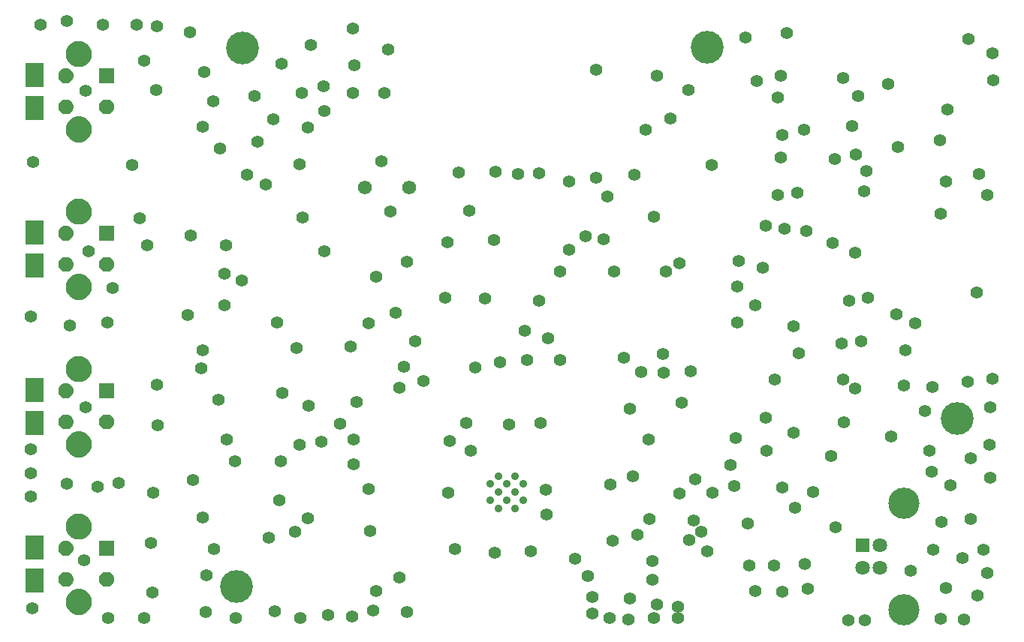
<source format=gbr>
G04 EAGLE Gerber RS-274X export*
G75*
%MOMM*%
%FSLAX34Y34*%
%LPD*%
%INSoldermask Bottom*%
%IPPOS*%
%AMOC8*
5,1,8,0,0,1.08239X$1,22.5*%
G01*
%ADD10C,3.703200*%
%ADD11C,0.911200*%
%ADD12C,0.836200*%
%ADD13R,1.672400X1.672400*%
%ADD14C,1.476200*%
%ADD15C,1.561200*%
%ADD16R,2.003200X2.703200*%
%ADD17C,3.519200*%
%ADD18C,1.631200*%
%ADD19R,1.631200X1.631200*%
%ADD20C,1.422400*%


D10*
X257048Y661416D03*
X250190Y53594D03*
X1062482Y243332D03*
X780796Y662178D03*
D11*
X563755Y141580D03*
X545405Y141580D03*
X572930Y150755D03*
X554580Y150755D03*
X536230Y150755D03*
X563755Y159930D03*
X545405Y159930D03*
X572930Y169105D03*
X554580Y169105D03*
X536230Y169105D03*
X563755Y178280D03*
X545405Y178280D03*
D12*
X99197Y61520D02*
X99199Y61649D01*
X99205Y61777D01*
X99215Y61906D01*
X99229Y62034D01*
X99246Y62161D01*
X99268Y62288D01*
X99294Y62414D01*
X99323Y62540D01*
X99357Y62664D01*
X99394Y62787D01*
X99435Y62910D01*
X99479Y63030D01*
X99528Y63150D01*
X99580Y63267D01*
X99635Y63384D01*
X99694Y63498D01*
X99757Y63610D01*
X99823Y63721D01*
X99893Y63829D01*
X99965Y63936D01*
X100041Y64040D01*
X100121Y64141D01*
X100203Y64240D01*
X100288Y64337D01*
X100376Y64431D01*
X100467Y64522D01*
X100561Y64610D01*
X100658Y64695D01*
X100757Y64777D01*
X100858Y64857D01*
X100962Y64933D01*
X101069Y65005D01*
X101177Y65075D01*
X101287Y65141D01*
X101400Y65204D01*
X101514Y65263D01*
X101631Y65318D01*
X101748Y65370D01*
X101868Y65419D01*
X101988Y65463D01*
X102111Y65504D01*
X102234Y65541D01*
X102358Y65575D01*
X102484Y65604D01*
X102610Y65630D01*
X102737Y65652D01*
X102864Y65669D01*
X102992Y65683D01*
X103121Y65693D01*
X103249Y65699D01*
X103378Y65701D01*
X103507Y65699D01*
X103635Y65693D01*
X103764Y65683D01*
X103892Y65669D01*
X104019Y65652D01*
X104146Y65630D01*
X104272Y65604D01*
X104398Y65575D01*
X104522Y65541D01*
X104645Y65504D01*
X104768Y65463D01*
X104888Y65419D01*
X105008Y65370D01*
X105125Y65318D01*
X105242Y65263D01*
X105356Y65204D01*
X105468Y65141D01*
X105579Y65075D01*
X105687Y65005D01*
X105794Y64933D01*
X105898Y64857D01*
X105999Y64777D01*
X106098Y64695D01*
X106195Y64610D01*
X106289Y64522D01*
X106380Y64431D01*
X106468Y64337D01*
X106553Y64240D01*
X106635Y64141D01*
X106715Y64040D01*
X106791Y63936D01*
X106863Y63829D01*
X106933Y63721D01*
X106999Y63610D01*
X107062Y63498D01*
X107121Y63384D01*
X107176Y63267D01*
X107228Y63150D01*
X107277Y63030D01*
X107321Y62910D01*
X107362Y62787D01*
X107399Y62664D01*
X107433Y62540D01*
X107462Y62414D01*
X107488Y62288D01*
X107510Y62161D01*
X107527Y62034D01*
X107541Y61906D01*
X107551Y61777D01*
X107557Y61649D01*
X107559Y61520D01*
X107557Y61391D01*
X107551Y61263D01*
X107541Y61134D01*
X107527Y61006D01*
X107510Y60879D01*
X107488Y60752D01*
X107462Y60626D01*
X107433Y60500D01*
X107399Y60376D01*
X107362Y60253D01*
X107321Y60130D01*
X107277Y60010D01*
X107228Y59890D01*
X107176Y59773D01*
X107121Y59656D01*
X107062Y59542D01*
X106999Y59430D01*
X106933Y59319D01*
X106863Y59211D01*
X106791Y59104D01*
X106715Y59000D01*
X106635Y58899D01*
X106553Y58800D01*
X106468Y58703D01*
X106380Y58609D01*
X106289Y58518D01*
X106195Y58430D01*
X106098Y58345D01*
X105999Y58263D01*
X105898Y58183D01*
X105794Y58107D01*
X105687Y58035D01*
X105579Y57965D01*
X105469Y57899D01*
X105356Y57836D01*
X105242Y57777D01*
X105125Y57722D01*
X105008Y57670D01*
X104888Y57621D01*
X104768Y57577D01*
X104645Y57536D01*
X104522Y57499D01*
X104398Y57465D01*
X104272Y57436D01*
X104146Y57410D01*
X104019Y57388D01*
X103892Y57371D01*
X103764Y57357D01*
X103635Y57347D01*
X103507Y57341D01*
X103378Y57339D01*
X103249Y57341D01*
X103121Y57347D01*
X102992Y57357D01*
X102864Y57371D01*
X102737Y57388D01*
X102610Y57410D01*
X102484Y57436D01*
X102358Y57465D01*
X102234Y57499D01*
X102111Y57536D01*
X101988Y57577D01*
X101868Y57621D01*
X101748Y57670D01*
X101631Y57722D01*
X101514Y57777D01*
X101400Y57836D01*
X101287Y57899D01*
X101177Y57965D01*
X101069Y58035D01*
X100962Y58107D01*
X100858Y58183D01*
X100757Y58263D01*
X100658Y58345D01*
X100561Y58430D01*
X100467Y58518D01*
X100376Y58609D01*
X100288Y58703D01*
X100203Y58800D01*
X100121Y58899D01*
X100041Y59000D01*
X99965Y59104D01*
X99893Y59211D01*
X99823Y59319D01*
X99757Y59429D01*
X99694Y59542D01*
X99635Y59656D01*
X99580Y59773D01*
X99528Y59890D01*
X99479Y60010D01*
X99435Y60130D01*
X99394Y60253D01*
X99357Y60376D01*
X99323Y60500D01*
X99294Y60626D01*
X99268Y60752D01*
X99246Y60879D01*
X99229Y61006D01*
X99215Y61134D01*
X99205Y61263D01*
X99199Y61391D01*
X99197Y61520D01*
D13*
X103378Y96520D03*
D12*
X53197Y61520D02*
X53199Y61649D01*
X53205Y61777D01*
X53215Y61906D01*
X53229Y62034D01*
X53246Y62161D01*
X53268Y62288D01*
X53294Y62414D01*
X53323Y62540D01*
X53357Y62664D01*
X53394Y62787D01*
X53435Y62910D01*
X53479Y63030D01*
X53528Y63150D01*
X53580Y63267D01*
X53635Y63384D01*
X53694Y63498D01*
X53757Y63610D01*
X53823Y63721D01*
X53893Y63829D01*
X53965Y63936D01*
X54041Y64040D01*
X54121Y64141D01*
X54203Y64240D01*
X54288Y64337D01*
X54376Y64431D01*
X54467Y64522D01*
X54561Y64610D01*
X54658Y64695D01*
X54757Y64777D01*
X54858Y64857D01*
X54962Y64933D01*
X55069Y65005D01*
X55177Y65075D01*
X55287Y65141D01*
X55400Y65204D01*
X55514Y65263D01*
X55631Y65318D01*
X55748Y65370D01*
X55868Y65419D01*
X55988Y65463D01*
X56111Y65504D01*
X56234Y65541D01*
X56358Y65575D01*
X56484Y65604D01*
X56610Y65630D01*
X56737Y65652D01*
X56864Y65669D01*
X56992Y65683D01*
X57121Y65693D01*
X57249Y65699D01*
X57378Y65701D01*
X57507Y65699D01*
X57635Y65693D01*
X57764Y65683D01*
X57892Y65669D01*
X58019Y65652D01*
X58146Y65630D01*
X58272Y65604D01*
X58398Y65575D01*
X58522Y65541D01*
X58645Y65504D01*
X58768Y65463D01*
X58888Y65419D01*
X59008Y65370D01*
X59125Y65318D01*
X59242Y65263D01*
X59356Y65204D01*
X59468Y65141D01*
X59579Y65075D01*
X59687Y65005D01*
X59794Y64933D01*
X59898Y64857D01*
X59999Y64777D01*
X60098Y64695D01*
X60195Y64610D01*
X60289Y64522D01*
X60380Y64431D01*
X60468Y64337D01*
X60553Y64240D01*
X60635Y64141D01*
X60715Y64040D01*
X60791Y63936D01*
X60863Y63829D01*
X60933Y63721D01*
X60999Y63610D01*
X61062Y63498D01*
X61121Y63384D01*
X61176Y63267D01*
X61228Y63150D01*
X61277Y63030D01*
X61321Y62910D01*
X61362Y62787D01*
X61399Y62664D01*
X61433Y62540D01*
X61462Y62414D01*
X61488Y62288D01*
X61510Y62161D01*
X61527Y62034D01*
X61541Y61906D01*
X61551Y61777D01*
X61557Y61649D01*
X61559Y61520D01*
X61557Y61391D01*
X61551Y61263D01*
X61541Y61134D01*
X61527Y61006D01*
X61510Y60879D01*
X61488Y60752D01*
X61462Y60626D01*
X61433Y60500D01*
X61399Y60376D01*
X61362Y60253D01*
X61321Y60130D01*
X61277Y60010D01*
X61228Y59890D01*
X61176Y59773D01*
X61121Y59656D01*
X61062Y59542D01*
X60999Y59430D01*
X60933Y59319D01*
X60863Y59211D01*
X60791Y59104D01*
X60715Y59000D01*
X60635Y58899D01*
X60553Y58800D01*
X60468Y58703D01*
X60380Y58609D01*
X60289Y58518D01*
X60195Y58430D01*
X60098Y58345D01*
X59999Y58263D01*
X59898Y58183D01*
X59794Y58107D01*
X59687Y58035D01*
X59579Y57965D01*
X59469Y57899D01*
X59356Y57836D01*
X59242Y57777D01*
X59125Y57722D01*
X59008Y57670D01*
X58888Y57621D01*
X58768Y57577D01*
X58645Y57536D01*
X58522Y57499D01*
X58398Y57465D01*
X58272Y57436D01*
X58146Y57410D01*
X58019Y57388D01*
X57892Y57371D01*
X57764Y57357D01*
X57635Y57347D01*
X57507Y57341D01*
X57378Y57339D01*
X57249Y57341D01*
X57121Y57347D01*
X56992Y57357D01*
X56864Y57371D01*
X56737Y57388D01*
X56610Y57410D01*
X56484Y57436D01*
X56358Y57465D01*
X56234Y57499D01*
X56111Y57536D01*
X55988Y57577D01*
X55868Y57621D01*
X55748Y57670D01*
X55631Y57722D01*
X55514Y57777D01*
X55400Y57836D01*
X55287Y57899D01*
X55177Y57965D01*
X55069Y58035D01*
X54962Y58107D01*
X54858Y58183D01*
X54757Y58263D01*
X54658Y58345D01*
X54561Y58430D01*
X54467Y58518D01*
X54376Y58609D01*
X54288Y58703D01*
X54203Y58800D01*
X54121Y58899D01*
X54041Y59000D01*
X53965Y59104D01*
X53893Y59211D01*
X53823Y59319D01*
X53757Y59429D01*
X53694Y59542D01*
X53635Y59656D01*
X53580Y59773D01*
X53528Y59890D01*
X53479Y60010D01*
X53435Y60130D01*
X53394Y60253D01*
X53357Y60376D01*
X53323Y60500D01*
X53294Y60626D01*
X53268Y60752D01*
X53246Y60879D01*
X53229Y61006D01*
X53215Y61134D01*
X53205Y61263D01*
X53199Y61391D01*
X53197Y61520D01*
X53197Y96520D02*
X53199Y96649D01*
X53205Y96777D01*
X53215Y96906D01*
X53229Y97034D01*
X53246Y97161D01*
X53268Y97288D01*
X53294Y97414D01*
X53323Y97540D01*
X53357Y97664D01*
X53394Y97787D01*
X53435Y97910D01*
X53479Y98030D01*
X53528Y98150D01*
X53580Y98267D01*
X53635Y98384D01*
X53694Y98498D01*
X53757Y98610D01*
X53823Y98721D01*
X53893Y98829D01*
X53965Y98936D01*
X54041Y99040D01*
X54121Y99141D01*
X54203Y99240D01*
X54288Y99337D01*
X54376Y99431D01*
X54467Y99522D01*
X54561Y99610D01*
X54658Y99695D01*
X54757Y99777D01*
X54858Y99857D01*
X54962Y99933D01*
X55069Y100005D01*
X55177Y100075D01*
X55287Y100141D01*
X55400Y100204D01*
X55514Y100263D01*
X55631Y100318D01*
X55748Y100370D01*
X55868Y100419D01*
X55988Y100463D01*
X56111Y100504D01*
X56234Y100541D01*
X56358Y100575D01*
X56484Y100604D01*
X56610Y100630D01*
X56737Y100652D01*
X56864Y100669D01*
X56992Y100683D01*
X57121Y100693D01*
X57249Y100699D01*
X57378Y100701D01*
X57507Y100699D01*
X57635Y100693D01*
X57764Y100683D01*
X57892Y100669D01*
X58019Y100652D01*
X58146Y100630D01*
X58272Y100604D01*
X58398Y100575D01*
X58522Y100541D01*
X58645Y100504D01*
X58768Y100463D01*
X58888Y100419D01*
X59008Y100370D01*
X59125Y100318D01*
X59242Y100263D01*
X59356Y100204D01*
X59468Y100141D01*
X59579Y100075D01*
X59687Y100005D01*
X59794Y99933D01*
X59898Y99857D01*
X59999Y99777D01*
X60098Y99695D01*
X60195Y99610D01*
X60289Y99522D01*
X60380Y99431D01*
X60468Y99337D01*
X60553Y99240D01*
X60635Y99141D01*
X60715Y99040D01*
X60791Y98936D01*
X60863Y98829D01*
X60933Y98721D01*
X60999Y98610D01*
X61062Y98498D01*
X61121Y98384D01*
X61176Y98267D01*
X61228Y98150D01*
X61277Y98030D01*
X61321Y97910D01*
X61362Y97787D01*
X61399Y97664D01*
X61433Y97540D01*
X61462Y97414D01*
X61488Y97288D01*
X61510Y97161D01*
X61527Y97034D01*
X61541Y96906D01*
X61551Y96777D01*
X61557Y96649D01*
X61559Y96520D01*
X61557Y96391D01*
X61551Y96263D01*
X61541Y96134D01*
X61527Y96006D01*
X61510Y95879D01*
X61488Y95752D01*
X61462Y95626D01*
X61433Y95500D01*
X61399Y95376D01*
X61362Y95253D01*
X61321Y95130D01*
X61277Y95010D01*
X61228Y94890D01*
X61176Y94773D01*
X61121Y94656D01*
X61062Y94542D01*
X60999Y94430D01*
X60933Y94319D01*
X60863Y94211D01*
X60791Y94104D01*
X60715Y94000D01*
X60635Y93899D01*
X60553Y93800D01*
X60468Y93703D01*
X60380Y93609D01*
X60289Y93518D01*
X60195Y93430D01*
X60098Y93345D01*
X59999Y93263D01*
X59898Y93183D01*
X59794Y93107D01*
X59687Y93035D01*
X59579Y92965D01*
X59469Y92899D01*
X59356Y92836D01*
X59242Y92777D01*
X59125Y92722D01*
X59008Y92670D01*
X58888Y92621D01*
X58768Y92577D01*
X58645Y92536D01*
X58522Y92499D01*
X58398Y92465D01*
X58272Y92436D01*
X58146Y92410D01*
X58019Y92388D01*
X57892Y92371D01*
X57764Y92357D01*
X57635Y92347D01*
X57507Y92341D01*
X57378Y92339D01*
X57249Y92341D01*
X57121Y92347D01*
X56992Y92357D01*
X56864Y92371D01*
X56737Y92388D01*
X56610Y92410D01*
X56484Y92436D01*
X56358Y92465D01*
X56234Y92499D01*
X56111Y92536D01*
X55988Y92577D01*
X55868Y92621D01*
X55748Y92670D01*
X55631Y92722D01*
X55514Y92777D01*
X55400Y92836D01*
X55287Y92899D01*
X55177Y92965D01*
X55069Y93035D01*
X54962Y93107D01*
X54858Y93183D01*
X54757Y93263D01*
X54658Y93345D01*
X54561Y93430D01*
X54467Y93518D01*
X54376Y93609D01*
X54288Y93703D01*
X54203Y93800D01*
X54121Y93899D01*
X54041Y94000D01*
X53965Y94104D01*
X53893Y94211D01*
X53823Y94319D01*
X53757Y94429D01*
X53694Y94542D01*
X53635Y94656D01*
X53580Y94773D01*
X53528Y94890D01*
X53479Y95010D01*
X53435Y95130D01*
X53394Y95253D01*
X53357Y95376D01*
X53323Y95500D01*
X53294Y95626D01*
X53268Y95752D01*
X53246Y95879D01*
X53229Y96006D01*
X53215Y96134D01*
X53205Y96263D01*
X53199Y96391D01*
X53197Y96520D01*
D14*
X64197Y36520D02*
X64199Y36701D01*
X64206Y36882D01*
X64217Y37063D01*
X64233Y37243D01*
X64253Y37424D01*
X64277Y37603D01*
X64306Y37782D01*
X64339Y37960D01*
X64376Y38137D01*
X64418Y38313D01*
X64464Y38489D01*
X64515Y38663D01*
X64570Y38835D01*
X64628Y39007D01*
X64692Y39176D01*
X64759Y39345D01*
X64830Y39511D01*
X64906Y39676D01*
X64985Y39839D01*
X65069Y39999D01*
X65156Y40158D01*
X65247Y40315D01*
X65342Y40469D01*
X65441Y40621D01*
X65543Y40770D01*
X65650Y40917D01*
X65759Y41061D01*
X65872Y41202D01*
X65989Y41341D01*
X66109Y41477D01*
X66232Y41609D01*
X66359Y41739D01*
X66489Y41866D01*
X66621Y41989D01*
X66757Y42109D01*
X66896Y42226D01*
X67037Y42339D01*
X67181Y42448D01*
X67328Y42555D01*
X67477Y42657D01*
X67629Y42756D01*
X67783Y42851D01*
X67940Y42942D01*
X68099Y43029D01*
X68259Y43113D01*
X68422Y43192D01*
X68587Y43268D01*
X68753Y43339D01*
X68922Y43406D01*
X69091Y43470D01*
X69263Y43528D01*
X69435Y43583D01*
X69609Y43634D01*
X69785Y43680D01*
X69961Y43722D01*
X70138Y43759D01*
X70316Y43792D01*
X70495Y43821D01*
X70674Y43845D01*
X70855Y43865D01*
X71035Y43881D01*
X71216Y43892D01*
X71397Y43899D01*
X71578Y43901D01*
X71759Y43899D01*
X71940Y43892D01*
X72121Y43881D01*
X72301Y43865D01*
X72482Y43845D01*
X72661Y43821D01*
X72840Y43792D01*
X73018Y43759D01*
X73195Y43722D01*
X73371Y43680D01*
X73547Y43634D01*
X73721Y43583D01*
X73893Y43528D01*
X74065Y43470D01*
X74234Y43406D01*
X74403Y43339D01*
X74569Y43268D01*
X74734Y43192D01*
X74897Y43113D01*
X75057Y43029D01*
X75216Y42942D01*
X75373Y42851D01*
X75527Y42756D01*
X75679Y42657D01*
X75828Y42555D01*
X75975Y42448D01*
X76119Y42339D01*
X76260Y42226D01*
X76399Y42109D01*
X76535Y41989D01*
X76667Y41866D01*
X76797Y41739D01*
X76924Y41609D01*
X77047Y41477D01*
X77167Y41341D01*
X77284Y41202D01*
X77397Y41061D01*
X77506Y40917D01*
X77613Y40770D01*
X77715Y40621D01*
X77814Y40469D01*
X77909Y40315D01*
X78000Y40158D01*
X78087Y39999D01*
X78171Y39839D01*
X78250Y39676D01*
X78326Y39511D01*
X78397Y39345D01*
X78464Y39176D01*
X78528Y39007D01*
X78586Y38835D01*
X78641Y38663D01*
X78692Y38489D01*
X78738Y38313D01*
X78780Y38137D01*
X78817Y37960D01*
X78850Y37782D01*
X78879Y37603D01*
X78903Y37424D01*
X78923Y37243D01*
X78939Y37063D01*
X78950Y36882D01*
X78957Y36701D01*
X78959Y36520D01*
X78957Y36339D01*
X78950Y36158D01*
X78939Y35977D01*
X78923Y35797D01*
X78903Y35616D01*
X78879Y35437D01*
X78850Y35258D01*
X78817Y35080D01*
X78780Y34903D01*
X78738Y34727D01*
X78692Y34551D01*
X78641Y34377D01*
X78586Y34205D01*
X78528Y34033D01*
X78464Y33864D01*
X78397Y33695D01*
X78326Y33529D01*
X78250Y33364D01*
X78171Y33201D01*
X78087Y33041D01*
X78000Y32882D01*
X77909Y32725D01*
X77814Y32571D01*
X77715Y32419D01*
X77613Y32270D01*
X77506Y32123D01*
X77397Y31979D01*
X77284Y31838D01*
X77167Y31699D01*
X77047Y31563D01*
X76924Y31431D01*
X76797Y31301D01*
X76667Y31174D01*
X76535Y31051D01*
X76399Y30931D01*
X76260Y30814D01*
X76119Y30701D01*
X75975Y30592D01*
X75828Y30485D01*
X75679Y30383D01*
X75527Y30284D01*
X75373Y30189D01*
X75216Y30098D01*
X75057Y30011D01*
X74897Y29927D01*
X74734Y29848D01*
X74569Y29772D01*
X74403Y29701D01*
X74234Y29634D01*
X74065Y29570D01*
X73893Y29512D01*
X73721Y29457D01*
X73547Y29406D01*
X73371Y29360D01*
X73195Y29318D01*
X73018Y29281D01*
X72840Y29248D01*
X72661Y29219D01*
X72482Y29195D01*
X72301Y29175D01*
X72121Y29159D01*
X71940Y29148D01*
X71759Y29141D01*
X71578Y29139D01*
X71397Y29141D01*
X71216Y29148D01*
X71035Y29159D01*
X70855Y29175D01*
X70674Y29195D01*
X70495Y29219D01*
X70316Y29248D01*
X70138Y29281D01*
X69961Y29318D01*
X69785Y29360D01*
X69609Y29406D01*
X69435Y29457D01*
X69263Y29512D01*
X69091Y29570D01*
X68922Y29634D01*
X68753Y29701D01*
X68587Y29772D01*
X68422Y29848D01*
X68259Y29927D01*
X68099Y30011D01*
X67940Y30098D01*
X67783Y30189D01*
X67629Y30284D01*
X67477Y30383D01*
X67328Y30485D01*
X67181Y30592D01*
X67037Y30701D01*
X66896Y30814D01*
X66757Y30931D01*
X66621Y31051D01*
X66489Y31174D01*
X66359Y31301D01*
X66232Y31431D01*
X66109Y31563D01*
X65989Y31699D01*
X65872Y31838D01*
X65759Y31979D01*
X65650Y32123D01*
X65543Y32270D01*
X65441Y32419D01*
X65342Y32571D01*
X65247Y32725D01*
X65156Y32882D01*
X65069Y33041D01*
X64985Y33201D01*
X64906Y33364D01*
X64830Y33529D01*
X64759Y33695D01*
X64692Y33864D01*
X64628Y34033D01*
X64570Y34205D01*
X64515Y34377D01*
X64464Y34551D01*
X64418Y34727D01*
X64376Y34903D01*
X64339Y35080D01*
X64306Y35258D01*
X64277Y35437D01*
X64253Y35616D01*
X64233Y35797D01*
X64217Y35977D01*
X64206Y36158D01*
X64199Y36339D01*
X64197Y36520D01*
X64197Y121520D02*
X64199Y121701D01*
X64206Y121882D01*
X64217Y122063D01*
X64233Y122243D01*
X64253Y122424D01*
X64277Y122603D01*
X64306Y122782D01*
X64339Y122960D01*
X64376Y123137D01*
X64418Y123313D01*
X64464Y123489D01*
X64515Y123663D01*
X64570Y123835D01*
X64628Y124007D01*
X64692Y124176D01*
X64759Y124345D01*
X64830Y124511D01*
X64906Y124676D01*
X64985Y124839D01*
X65069Y124999D01*
X65156Y125158D01*
X65247Y125315D01*
X65342Y125469D01*
X65441Y125621D01*
X65543Y125770D01*
X65650Y125917D01*
X65759Y126061D01*
X65872Y126202D01*
X65989Y126341D01*
X66109Y126477D01*
X66232Y126609D01*
X66359Y126739D01*
X66489Y126866D01*
X66621Y126989D01*
X66757Y127109D01*
X66896Y127226D01*
X67037Y127339D01*
X67181Y127448D01*
X67328Y127555D01*
X67477Y127657D01*
X67629Y127756D01*
X67783Y127851D01*
X67940Y127942D01*
X68099Y128029D01*
X68259Y128113D01*
X68422Y128192D01*
X68587Y128268D01*
X68753Y128339D01*
X68922Y128406D01*
X69091Y128470D01*
X69263Y128528D01*
X69435Y128583D01*
X69609Y128634D01*
X69785Y128680D01*
X69961Y128722D01*
X70138Y128759D01*
X70316Y128792D01*
X70495Y128821D01*
X70674Y128845D01*
X70855Y128865D01*
X71035Y128881D01*
X71216Y128892D01*
X71397Y128899D01*
X71578Y128901D01*
X71759Y128899D01*
X71940Y128892D01*
X72121Y128881D01*
X72301Y128865D01*
X72482Y128845D01*
X72661Y128821D01*
X72840Y128792D01*
X73018Y128759D01*
X73195Y128722D01*
X73371Y128680D01*
X73547Y128634D01*
X73721Y128583D01*
X73893Y128528D01*
X74065Y128470D01*
X74234Y128406D01*
X74403Y128339D01*
X74569Y128268D01*
X74734Y128192D01*
X74897Y128113D01*
X75057Y128029D01*
X75216Y127942D01*
X75373Y127851D01*
X75527Y127756D01*
X75679Y127657D01*
X75828Y127555D01*
X75975Y127448D01*
X76119Y127339D01*
X76260Y127226D01*
X76399Y127109D01*
X76535Y126989D01*
X76667Y126866D01*
X76797Y126739D01*
X76924Y126609D01*
X77047Y126477D01*
X77167Y126341D01*
X77284Y126202D01*
X77397Y126061D01*
X77506Y125917D01*
X77613Y125770D01*
X77715Y125621D01*
X77814Y125469D01*
X77909Y125315D01*
X78000Y125158D01*
X78087Y124999D01*
X78171Y124839D01*
X78250Y124676D01*
X78326Y124511D01*
X78397Y124345D01*
X78464Y124176D01*
X78528Y124007D01*
X78586Y123835D01*
X78641Y123663D01*
X78692Y123489D01*
X78738Y123313D01*
X78780Y123137D01*
X78817Y122960D01*
X78850Y122782D01*
X78879Y122603D01*
X78903Y122424D01*
X78923Y122243D01*
X78939Y122063D01*
X78950Y121882D01*
X78957Y121701D01*
X78959Y121520D01*
X78957Y121339D01*
X78950Y121158D01*
X78939Y120977D01*
X78923Y120797D01*
X78903Y120616D01*
X78879Y120437D01*
X78850Y120258D01*
X78817Y120080D01*
X78780Y119903D01*
X78738Y119727D01*
X78692Y119551D01*
X78641Y119377D01*
X78586Y119205D01*
X78528Y119033D01*
X78464Y118864D01*
X78397Y118695D01*
X78326Y118529D01*
X78250Y118364D01*
X78171Y118201D01*
X78087Y118041D01*
X78000Y117882D01*
X77909Y117725D01*
X77814Y117571D01*
X77715Y117419D01*
X77613Y117270D01*
X77506Y117123D01*
X77397Y116979D01*
X77284Y116838D01*
X77167Y116699D01*
X77047Y116563D01*
X76924Y116431D01*
X76797Y116301D01*
X76667Y116174D01*
X76535Y116051D01*
X76399Y115931D01*
X76260Y115814D01*
X76119Y115701D01*
X75975Y115592D01*
X75828Y115485D01*
X75679Y115383D01*
X75527Y115284D01*
X75373Y115189D01*
X75216Y115098D01*
X75057Y115011D01*
X74897Y114927D01*
X74734Y114848D01*
X74569Y114772D01*
X74403Y114701D01*
X74234Y114634D01*
X74065Y114570D01*
X73893Y114512D01*
X73721Y114457D01*
X73547Y114406D01*
X73371Y114360D01*
X73195Y114318D01*
X73018Y114281D01*
X72840Y114248D01*
X72661Y114219D01*
X72482Y114195D01*
X72301Y114175D01*
X72121Y114159D01*
X71940Y114148D01*
X71759Y114141D01*
X71578Y114139D01*
X71397Y114141D01*
X71216Y114148D01*
X71035Y114159D01*
X70855Y114175D01*
X70674Y114195D01*
X70495Y114219D01*
X70316Y114248D01*
X70138Y114281D01*
X69961Y114318D01*
X69785Y114360D01*
X69609Y114406D01*
X69435Y114457D01*
X69263Y114512D01*
X69091Y114570D01*
X68922Y114634D01*
X68753Y114701D01*
X68587Y114772D01*
X68422Y114848D01*
X68259Y114927D01*
X68099Y115011D01*
X67940Y115098D01*
X67783Y115189D01*
X67629Y115284D01*
X67477Y115383D01*
X67328Y115485D01*
X67181Y115592D01*
X67037Y115701D01*
X66896Y115814D01*
X66757Y115931D01*
X66621Y116051D01*
X66489Y116174D01*
X66359Y116301D01*
X66232Y116431D01*
X66109Y116563D01*
X65989Y116699D01*
X65872Y116838D01*
X65759Y116979D01*
X65650Y117123D01*
X65543Y117270D01*
X65441Y117419D01*
X65342Y117571D01*
X65247Y117725D01*
X65156Y117882D01*
X65069Y118041D01*
X64985Y118201D01*
X64906Y118364D01*
X64830Y118529D01*
X64759Y118695D01*
X64692Y118864D01*
X64628Y119033D01*
X64570Y119205D01*
X64515Y119377D01*
X64464Y119551D01*
X64418Y119727D01*
X64376Y119903D01*
X64339Y120080D01*
X64306Y120258D01*
X64277Y120437D01*
X64253Y120616D01*
X64233Y120797D01*
X64217Y120977D01*
X64206Y121158D01*
X64199Y121339D01*
X64197Y121520D01*
D12*
X99197Y239320D02*
X99199Y239449D01*
X99205Y239577D01*
X99215Y239706D01*
X99229Y239834D01*
X99246Y239961D01*
X99268Y240088D01*
X99294Y240214D01*
X99323Y240340D01*
X99357Y240464D01*
X99394Y240587D01*
X99435Y240710D01*
X99479Y240830D01*
X99528Y240950D01*
X99580Y241067D01*
X99635Y241184D01*
X99694Y241298D01*
X99757Y241410D01*
X99823Y241521D01*
X99893Y241629D01*
X99965Y241736D01*
X100041Y241840D01*
X100121Y241941D01*
X100203Y242040D01*
X100288Y242137D01*
X100376Y242231D01*
X100467Y242322D01*
X100561Y242410D01*
X100658Y242495D01*
X100757Y242577D01*
X100858Y242657D01*
X100962Y242733D01*
X101069Y242805D01*
X101177Y242875D01*
X101287Y242941D01*
X101400Y243004D01*
X101514Y243063D01*
X101631Y243118D01*
X101748Y243170D01*
X101868Y243219D01*
X101988Y243263D01*
X102111Y243304D01*
X102234Y243341D01*
X102358Y243375D01*
X102484Y243404D01*
X102610Y243430D01*
X102737Y243452D01*
X102864Y243469D01*
X102992Y243483D01*
X103121Y243493D01*
X103249Y243499D01*
X103378Y243501D01*
X103507Y243499D01*
X103635Y243493D01*
X103764Y243483D01*
X103892Y243469D01*
X104019Y243452D01*
X104146Y243430D01*
X104272Y243404D01*
X104398Y243375D01*
X104522Y243341D01*
X104645Y243304D01*
X104768Y243263D01*
X104888Y243219D01*
X105008Y243170D01*
X105125Y243118D01*
X105242Y243063D01*
X105356Y243004D01*
X105468Y242941D01*
X105579Y242875D01*
X105687Y242805D01*
X105794Y242733D01*
X105898Y242657D01*
X105999Y242577D01*
X106098Y242495D01*
X106195Y242410D01*
X106289Y242322D01*
X106380Y242231D01*
X106468Y242137D01*
X106553Y242040D01*
X106635Y241941D01*
X106715Y241840D01*
X106791Y241736D01*
X106863Y241629D01*
X106933Y241521D01*
X106999Y241410D01*
X107062Y241298D01*
X107121Y241184D01*
X107176Y241067D01*
X107228Y240950D01*
X107277Y240830D01*
X107321Y240710D01*
X107362Y240587D01*
X107399Y240464D01*
X107433Y240340D01*
X107462Y240214D01*
X107488Y240088D01*
X107510Y239961D01*
X107527Y239834D01*
X107541Y239706D01*
X107551Y239577D01*
X107557Y239449D01*
X107559Y239320D01*
X107557Y239191D01*
X107551Y239063D01*
X107541Y238934D01*
X107527Y238806D01*
X107510Y238679D01*
X107488Y238552D01*
X107462Y238426D01*
X107433Y238300D01*
X107399Y238176D01*
X107362Y238053D01*
X107321Y237930D01*
X107277Y237810D01*
X107228Y237690D01*
X107176Y237573D01*
X107121Y237456D01*
X107062Y237342D01*
X106999Y237230D01*
X106933Y237119D01*
X106863Y237011D01*
X106791Y236904D01*
X106715Y236800D01*
X106635Y236699D01*
X106553Y236600D01*
X106468Y236503D01*
X106380Y236409D01*
X106289Y236318D01*
X106195Y236230D01*
X106098Y236145D01*
X105999Y236063D01*
X105898Y235983D01*
X105794Y235907D01*
X105687Y235835D01*
X105579Y235765D01*
X105469Y235699D01*
X105356Y235636D01*
X105242Y235577D01*
X105125Y235522D01*
X105008Y235470D01*
X104888Y235421D01*
X104768Y235377D01*
X104645Y235336D01*
X104522Y235299D01*
X104398Y235265D01*
X104272Y235236D01*
X104146Y235210D01*
X104019Y235188D01*
X103892Y235171D01*
X103764Y235157D01*
X103635Y235147D01*
X103507Y235141D01*
X103378Y235139D01*
X103249Y235141D01*
X103121Y235147D01*
X102992Y235157D01*
X102864Y235171D01*
X102737Y235188D01*
X102610Y235210D01*
X102484Y235236D01*
X102358Y235265D01*
X102234Y235299D01*
X102111Y235336D01*
X101988Y235377D01*
X101868Y235421D01*
X101748Y235470D01*
X101631Y235522D01*
X101514Y235577D01*
X101400Y235636D01*
X101287Y235699D01*
X101177Y235765D01*
X101069Y235835D01*
X100962Y235907D01*
X100858Y235983D01*
X100757Y236063D01*
X100658Y236145D01*
X100561Y236230D01*
X100467Y236318D01*
X100376Y236409D01*
X100288Y236503D01*
X100203Y236600D01*
X100121Y236699D01*
X100041Y236800D01*
X99965Y236904D01*
X99893Y237011D01*
X99823Y237119D01*
X99757Y237229D01*
X99694Y237342D01*
X99635Y237456D01*
X99580Y237573D01*
X99528Y237690D01*
X99479Y237810D01*
X99435Y237930D01*
X99394Y238053D01*
X99357Y238176D01*
X99323Y238300D01*
X99294Y238426D01*
X99268Y238552D01*
X99246Y238679D01*
X99229Y238806D01*
X99215Y238934D01*
X99205Y239063D01*
X99199Y239191D01*
X99197Y239320D01*
D13*
X103378Y274320D03*
D12*
X53197Y239320D02*
X53199Y239449D01*
X53205Y239577D01*
X53215Y239706D01*
X53229Y239834D01*
X53246Y239961D01*
X53268Y240088D01*
X53294Y240214D01*
X53323Y240340D01*
X53357Y240464D01*
X53394Y240587D01*
X53435Y240710D01*
X53479Y240830D01*
X53528Y240950D01*
X53580Y241067D01*
X53635Y241184D01*
X53694Y241298D01*
X53757Y241410D01*
X53823Y241521D01*
X53893Y241629D01*
X53965Y241736D01*
X54041Y241840D01*
X54121Y241941D01*
X54203Y242040D01*
X54288Y242137D01*
X54376Y242231D01*
X54467Y242322D01*
X54561Y242410D01*
X54658Y242495D01*
X54757Y242577D01*
X54858Y242657D01*
X54962Y242733D01*
X55069Y242805D01*
X55177Y242875D01*
X55287Y242941D01*
X55400Y243004D01*
X55514Y243063D01*
X55631Y243118D01*
X55748Y243170D01*
X55868Y243219D01*
X55988Y243263D01*
X56111Y243304D01*
X56234Y243341D01*
X56358Y243375D01*
X56484Y243404D01*
X56610Y243430D01*
X56737Y243452D01*
X56864Y243469D01*
X56992Y243483D01*
X57121Y243493D01*
X57249Y243499D01*
X57378Y243501D01*
X57507Y243499D01*
X57635Y243493D01*
X57764Y243483D01*
X57892Y243469D01*
X58019Y243452D01*
X58146Y243430D01*
X58272Y243404D01*
X58398Y243375D01*
X58522Y243341D01*
X58645Y243304D01*
X58768Y243263D01*
X58888Y243219D01*
X59008Y243170D01*
X59125Y243118D01*
X59242Y243063D01*
X59356Y243004D01*
X59468Y242941D01*
X59579Y242875D01*
X59687Y242805D01*
X59794Y242733D01*
X59898Y242657D01*
X59999Y242577D01*
X60098Y242495D01*
X60195Y242410D01*
X60289Y242322D01*
X60380Y242231D01*
X60468Y242137D01*
X60553Y242040D01*
X60635Y241941D01*
X60715Y241840D01*
X60791Y241736D01*
X60863Y241629D01*
X60933Y241521D01*
X60999Y241410D01*
X61062Y241298D01*
X61121Y241184D01*
X61176Y241067D01*
X61228Y240950D01*
X61277Y240830D01*
X61321Y240710D01*
X61362Y240587D01*
X61399Y240464D01*
X61433Y240340D01*
X61462Y240214D01*
X61488Y240088D01*
X61510Y239961D01*
X61527Y239834D01*
X61541Y239706D01*
X61551Y239577D01*
X61557Y239449D01*
X61559Y239320D01*
X61557Y239191D01*
X61551Y239063D01*
X61541Y238934D01*
X61527Y238806D01*
X61510Y238679D01*
X61488Y238552D01*
X61462Y238426D01*
X61433Y238300D01*
X61399Y238176D01*
X61362Y238053D01*
X61321Y237930D01*
X61277Y237810D01*
X61228Y237690D01*
X61176Y237573D01*
X61121Y237456D01*
X61062Y237342D01*
X60999Y237230D01*
X60933Y237119D01*
X60863Y237011D01*
X60791Y236904D01*
X60715Y236800D01*
X60635Y236699D01*
X60553Y236600D01*
X60468Y236503D01*
X60380Y236409D01*
X60289Y236318D01*
X60195Y236230D01*
X60098Y236145D01*
X59999Y236063D01*
X59898Y235983D01*
X59794Y235907D01*
X59687Y235835D01*
X59579Y235765D01*
X59469Y235699D01*
X59356Y235636D01*
X59242Y235577D01*
X59125Y235522D01*
X59008Y235470D01*
X58888Y235421D01*
X58768Y235377D01*
X58645Y235336D01*
X58522Y235299D01*
X58398Y235265D01*
X58272Y235236D01*
X58146Y235210D01*
X58019Y235188D01*
X57892Y235171D01*
X57764Y235157D01*
X57635Y235147D01*
X57507Y235141D01*
X57378Y235139D01*
X57249Y235141D01*
X57121Y235147D01*
X56992Y235157D01*
X56864Y235171D01*
X56737Y235188D01*
X56610Y235210D01*
X56484Y235236D01*
X56358Y235265D01*
X56234Y235299D01*
X56111Y235336D01*
X55988Y235377D01*
X55868Y235421D01*
X55748Y235470D01*
X55631Y235522D01*
X55514Y235577D01*
X55400Y235636D01*
X55287Y235699D01*
X55177Y235765D01*
X55069Y235835D01*
X54962Y235907D01*
X54858Y235983D01*
X54757Y236063D01*
X54658Y236145D01*
X54561Y236230D01*
X54467Y236318D01*
X54376Y236409D01*
X54288Y236503D01*
X54203Y236600D01*
X54121Y236699D01*
X54041Y236800D01*
X53965Y236904D01*
X53893Y237011D01*
X53823Y237119D01*
X53757Y237229D01*
X53694Y237342D01*
X53635Y237456D01*
X53580Y237573D01*
X53528Y237690D01*
X53479Y237810D01*
X53435Y237930D01*
X53394Y238053D01*
X53357Y238176D01*
X53323Y238300D01*
X53294Y238426D01*
X53268Y238552D01*
X53246Y238679D01*
X53229Y238806D01*
X53215Y238934D01*
X53205Y239063D01*
X53199Y239191D01*
X53197Y239320D01*
X53197Y274320D02*
X53199Y274449D01*
X53205Y274577D01*
X53215Y274706D01*
X53229Y274834D01*
X53246Y274961D01*
X53268Y275088D01*
X53294Y275214D01*
X53323Y275340D01*
X53357Y275464D01*
X53394Y275587D01*
X53435Y275710D01*
X53479Y275830D01*
X53528Y275950D01*
X53580Y276067D01*
X53635Y276184D01*
X53694Y276298D01*
X53757Y276410D01*
X53823Y276521D01*
X53893Y276629D01*
X53965Y276736D01*
X54041Y276840D01*
X54121Y276941D01*
X54203Y277040D01*
X54288Y277137D01*
X54376Y277231D01*
X54467Y277322D01*
X54561Y277410D01*
X54658Y277495D01*
X54757Y277577D01*
X54858Y277657D01*
X54962Y277733D01*
X55069Y277805D01*
X55177Y277875D01*
X55287Y277941D01*
X55400Y278004D01*
X55514Y278063D01*
X55631Y278118D01*
X55748Y278170D01*
X55868Y278219D01*
X55988Y278263D01*
X56111Y278304D01*
X56234Y278341D01*
X56358Y278375D01*
X56484Y278404D01*
X56610Y278430D01*
X56737Y278452D01*
X56864Y278469D01*
X56992Y278483D01*
X57121Y278493D01*
X57249Y278499D01*
X57378Y278501D01*
X57507Y278499D01*
X57635Y278493D01*
X57764Y278483D01*
X57892Y278469D01*
X58019Y278452D01*
X58146Y278430D01*
X58272Y278404D01*
X58398Y278375D01*
X58522Y278341D01*
X58645Y278304D01*
X58768Y278263D01*
X58888Y278219D01*
X59008Y278170D01*
X59125Y278118D01*
X59242Y278063D01*
X59356Y278004D01*
X59468Y277941D01*
X59579Y277875D01*
X59687Y277805D01*
X59794Y277733D01*
X59898Y277657D01*
X59999Y277577D01*
X60098Y277495D01*
X60195Y277410D01*
X60289Y277322D01*
X60380Y277231D01*
X60468Y277137D01*
X60553Y277040D01*
X60635Y276941D01*
X60715Y276840D01*
X60791Y276736D01*
X60863Y276629D01*
X60933Y276521D01*
X60999Y276410D01*
X61062Y276298D01*
X61121Y276184D01*
X61176Y276067D01*
X61228Y275950D01*
X61277Y275830D01*
X61321Y275710D01*
X61362Y275587D01*
X61399Y275464D01*
X61433Y275340D01*
X61462Y275214D01*
X61488Y275088D01*
X61510Y274961D01*
X61527Y274834D01*
X61541Y274706D01*
X61551Y274577D01*
X61557Y274449D01*
X61559Y274320D01*
X61557Y274191D01*
X61551Y274063D01*
X61541Y273934D01*
X61527Y273806D01*
X61510Y273679D01*
X61488Y273552D01*
X61462Y273426D01*
X61433Y273300D01*
X61399Y273176D01*
X61362Y273053D01*
X61321Y272930D01*
X61277Y272810D01*
X61228Y272690D01*
X61176Y272573D01*
X61121Y272456D01*
X61062Y272342D01*
X60999Y272230D01*
X60933Y272119D01*
X60863Y272011D01*
X60791Y271904D01*
X60715Y271800D01*
X60635Y271699D01*
X60553Y271600D01*
X60468Y271503D01*
X60380Y271409D01*
X60289Y271318D01*
X60195Y271230D01*
X60098Y271145D01*
X59999Y271063D01*
X59898Y270983D01*
X59794Y270907D01*
X59687Y270835D01*
X59579Y270765D01*
X59469Y270699D01*
X59356Y270636D01*
X59242Y270577D01*
X59125Y270522D01*
X59008Y270470D01*
X58888Y270421D01*
X58768Y270377D01*
X58645Y270336D01*
X58522Y270299D01*
X58398Y270265D01*
X58272Y270236D01*
X58146Y270210D01*
X58019Y270188D01*
X57892Y270171D01*
X57764Y270157D01*
X57635Y270147D01*
X57507Y270141D01*
X57378Y270139D01*
X57249Y270141D01*
X57121Y270147D01*
X56992Y270157D01*
X56864Y270171D01*
X56737Y270188D01*
X56610Y270210D01*
X56484Y270236D01*
X56358Y270265D01*
X56234Y270299D01*
X56111Y270336D01*
X55988Y270377D01*
X55868Y270421D01*
X55748Y270470D01*
X55631Y270522D01*
X55514Y270577D01*
X55400Y270636D01*
X55287Y270699D01*
X55177Y270765D01*
X55069Y270835D01*
X54962Y270907D01*
X54858Y270983D01*
X54757Y271063D01*
X54658Y271145D01*
X54561Y271230D01*
X54467Y271318D01*
X54376Y271409D01*
X54288Y271503D01*
X54203Y271600D01*
X54121Y271699D01*
X54041Y271800D01*
X53965Y271904D01*
X53893Y272011D01*
X53823Y272119D01*
X53757Y272229D01*
X53694Y272342D01*
X53635Y272456D01*
X53580Y272573D01*
X53528Y272690D01*
X53479Y272810D01*
X53435Y272930D01*
X53394Y273053D01*
X53357Y273176D01*
X53323Y273300D01*
X53294Y273426D01*
X53268Y273552D01*
X53246Y273679D01*
X53229Y273806D01*
X53215Y273934D01*
X53205Y274063D01*
X53199Y274191D01*
X53197Y274320D01*
D14*
X64197Y214320D02*
X64199Y214501D01*
X64206Y214682D01*
X64217Y214863D01*
X64233Y215043D01*
X64253Y215224D01*
X64277Y215403D01*
X64306Y215582D01*
X64339Y215760D01*
X64376Y215937D01*
X64418Y216113D01*
X64464Y216289D01*
X64515Y216463D01*
X64570Y216635D01*
X64628Y216807D01*
X64692Y216976D01*
X64759Y217145D01*
X64830Y217311D01*
X64906Y217476D01*
X64985Y217639D01*
X65069Y217799D01*
X65156Y217958D01*
X65247Y218115D01*
X65342Y218269D01*
X65441Y218421D01*
X65543Y218570D01*
X65650Y218717D01*
X65759Y218861D01*
X65872Y219002D01*
X65989Y219141D01*
X66109Y219277D01*
X66232Y219409D01*
X66359Y219539D01*
X66489Y219666D01*
X66621Y219789D01*
X66757Y219909D01*
X66896Y220026D01*
X67037Y220139D01*
X67181Y220248D01*
X67328Y220355D01*
X67477Y220457D01*
X67629Y220556D01*
X67783Y220651D01*
X67940Y220742D01*
X68099Y220829D01*
X68259Y220913D01*
X68422Y220992D01*
X68587Y221068D01*
X68753Y221139D01*
X68922Y221206D01*
X69091Y221270D01*
X69263Y221328D01*
X69435Y221383D01*
X69609Y221434D01*
X69785Y221480D01*
X69961Y221522D01*
X70138Y221559D01*
X70316Y221592D01*
X70495Y221621D01*
X70674Y221645D01*
X70855Y221665D01*
X71035Y221681D01*
X71216Y221692D01*
X71397Y221699D01*
X71578Y221701D01*
X71759Y221699D01*
X71940Y221692D01*
X72121Y221681D01*
X72301Y221665D01*
X72482Y221645D01*
X72661Y221621D01*
X72840Y221592D01*
X73018Y221559D01*
X73195Y221522D01*
X73371Y221480D01*
X73547Y221434D01*
X73721Y221383D01*
X73893Y221328D01*
X74065Y221270D01*
X74234Y221206D01*
X74403Y221139D01*
X74569Y221068D01*
X74734Y220992D01*
X74897Y220913D01*
X75057Y220829D01*
X75216Y220742D01*
X75373Y220651D01*
X75527Y220556D01*
X75679Y220457D01*
X75828Y220355D01*
X75975Y220248D01*
X76119Y220139D01*
X76260Y220026D01*
X76399Y219909D01*
X76535Y219789D01*
X76667Y219666D01*
X76797Y219539D01*
X76924Y219409D01*
X77047Y219277D01*
X77167Y219141D01*
X77284Y219002D01*
X77397Y218861D01*
X77506Y218717D01*
X77613Y218570D01*
X77715Y218421D01*
X77814Y218269D01*
X77909Y218115D01*
X78000Y217958D01*
X78087Y217799D01*
X78171Y217639D01*
X78250Y217476D01*
X78326Y217311D01*
X78397Y217145D01*
X78464Y216976D01*
X78528Y216807D01*
X78586Y216635D01*
X78641Y216463D01*
X78692Y216289D01*
X78738Y216113D01*
X78780Y215937D01*
X78817Y215760D01*
X78850Y215582D01*
X78879Y215403D01*
X78903Y215224D01*
X78923Y215043D01*
X78939Y214863D01*
X78950Y214682D01*
X78957Y214501D01*
X78959Y214320D01*
X78957Y214139D01*
X78950Y213958D01*
X78939Y213777D01*
X78923Y213597D01*
X78903Y213416D01*
X78879Y213237D01*
X78850Y213058D01*
X78817Y212880D01*
X78780Y212703D01*
X78738Y212527D01*
X78692Y212351D01*
X78641Y212177D01*
X78586Y212005D01*
X78528Y211833D01*
X78464Y211664D01*
X78397Y211495D01*
X78326Y211329D01*
X78250Y211164D01*
X78171Y211001D01*
X78087Y210841D01*
X78000Y210682D01*
X77909Y210525D01*
X77814Y210371D01*
X77715Y210219D01*
X77613Y210070D01*
X77506Y209923D01*
X77397Y209779D01*
X77284Y209638D01*
X77167Y209499D01*
X77047Y209363D01*
X76924Y209231D01*
X76797Y209101D01*
X76667Y208974D01*
X76535Y208851D01*
X76399Y208731D01*
X76260Y208614D01*
X76119Y208501D01*
X75975Y208392D01*
X75828Y208285D01*
X75679Y208183D01*
X75527Y208084D01*
X75373Y207989D01*
X75216Y207898D01*
X75057Y207811D01*
X74897Y207727D01*
X74734Y207648D01*
X74569Y207572D01*
X74403Y207501D01*
X74234Y207434D01*
X74065Y207370D01*
X73893Y207312D01*
X73721Y207257D01*
X73547Y207206D01*
X73371Y207160D01*
X73195Y207118D01*
X73018Y207081D01*
X72840Y207048D01*
X72661Y207019D01*
X72482Y206995D01*
X72301Y206975D01*
X72121Y206959D01*
X71940Y206948D01*
X71759Y206941D01*
X71578Y206939D01*
X71397Y206941D01*
X71216Y206948D01*
X71035Y206959D01*
X70855Y206975D01*
X70674Y206995D01*
X70495Y207019D01*
X70316Y207048D01*
X70138Y207081D01*
X69961Y207118D01*
X69785Y207160D01*
X69609Y207206D01*
X69435Y207257D01*
X69263Y207312D01*
X69091Y207370D01*
X68922Y207434D01*
X68753Y207501D01*
X68587Y207572D01*
X68422Y207648D01*
X68259Y207727D01*
X68099Y207811D01*
X67940Y207898D01*
X67783Y207989D01*
X67629Y208084D01*
X67477Y208183D01*
X67328Y208285D01*
X67181Y208392D01*
X67037Y208501D01*
X66896Y208614D01*
X66757Y208731D01*
X66621Y208851D01*
X66489Y208974D01*
X66359Y209101D01*
X66232Y209231D01*
X66109Y209363D01*
X65989Y209499D01*
X65872Y209638D01*
X65759Y209779D01*
X65650Y209923D01*
X65543Y210070D01*
X65441Y210219D01*
X65342Y210371D01*
X65247Y210525D01*
X65156Y210682D01*
X65069Y210841D01*
X64985Y211001D01*
X64906Y211164D01*
X64830Y211329D01*
X64759Y211495D01*
X64692Y211664D01*
X64628Y211833D01*
X64570Y212005D01*
X64515Y212177D01*
X64464Y212351D01*
X64418Y212527D01*
X64376Y212703D01*
X64339Y212880D01*
X64306Y213058D01*
X64277Y213237D01*
X64253Y213416D01*
X64233Y213597D01*
X64217Y213777D01*
X64206Y213958D01*
X64199Y214139D01*
X64197Y214320D01*
X64197Y299320D02*
X64199Y299501D01*
X64206Y299682D01*
X64217Y299863D01*
X64233Y300043D01*
X64253Y300224D01*
X64277Y300403D01*
X64306Y300582D01*
X64339Y300760D01*
X64376Y300937D01*
X64418Y301113D01*
X64464Y301289D01*
X64515Y301463D01*
X64570Y301635D01*
X64628Y301807D01*
X64692Y301976D01*
X64759Y302145D01*
X64830Y302311D01*
X64906Y302476D01*
X64985Y302639D01*
X65069Y302799D01*
X65156Y302958D01*
X65247Y303115D01*
X65342Y303269D01*
X65441Y303421D01*
X65543Y303570D01*
X65650Y303717D01*
X65759Y303861D01*
X65872Y304002D01*
X65989Y304141D01*
X66109Y304277D01*
X66232Y304409D01*
X66359Y304539D01*
X66489Y304666D01*
X66621Y304789D01*
X66757Y304909D01*
X66896Y305026D01*
X67037Y305139D01*
X67181Y305248D01*
X67328Y305355D01*
X67477Y305457D01*
X67629Y305556D01*
X67783Y305651D01*
X67940Y305742D01*
X68099Y305829D01*
X68259Y305913D01*
X68422Y305992D01*
X68587Y306068D01*
X68753Y306139D01*
X68922Y306206D01*
X69091Y306270D01*
X69263Y306328D01*
X69435Y306383D01*
X69609Y306434D01*
X69785Y306480D01*
X69961Y306522D01*
X70138Y306559D01*
X70316Y306592D01*
X70495Y306621D01*
X70674Y306645D01*
X70855Y306665D01*
X71035Y306681D01*
X71216Y306692D01*
X71397Y306699D01*
X71578Y306701D01*
X71759Y306699D01*
X71940Y306692D01*
X72121Y306681D01*
X72301Y306665D01*
X72482Y306645D01*
X72661Y306621D01*
X72840Y306592D01*
X73018Y306559D01*
X73195Y306522D01*
X73371Y306480D01*
X73547Y306434D01*
X73721Y306383D01*
X73893Y306328D01*
X74065Y306270D01*
X74234Y306206D01*
X74403Y306139D01*
X74569Y306068D01*
X74734Y305992D01*
X74897Y305913D01*
X75057Y305829D01*
X75216Y305742D01*
X75373Y305651D01*
X75527Y305556D01*
X75679Y305457D01*
X75828Y305355D01*
X75975Y305248D01*
X76119Y305139D01*
X76260Y305026D01*
X76399Y304909D01*
X76535Y304789D01*
X76667Y304666D01*
X76797Y304539D01*
X76924Y304409D01*
X77047Y304277D01*
X77167Y304141D01*
X77284Y304002D01*
X77397Y303861D01*
X77506Y303717D01*
X77613Y303570D01*
X77715Y303421D01*
X77814Y303269D01*
X77909Y303115D01*
X78000Y302958D01*
X78087Y302799D01*
X78171Y302639D01*
X78250Y302476D01*
X78326Y302311D01*
X78397Y302145D01*
X78464Y301976D01*
X78528Y301807D01*
X78586Y301635D01*
X78641Y301463D01*
X78692Y301289D01*
X78738Y301113D01*
X78780Y300937D01*
X78817Y300760D01*
X78850Y300582D01*
X78879Y300403D01*
X78903Y300224D01*
X78923Y300043D01*
X78939Y299863D01*
X78950Y299682D01*
X78957Y299501D01*
X78959Y299320D01*
X78957Y299139D01*
X78950Y298958D01*
X78939Y298777D01*
X78923Y298597D01*
X78903Y298416D01*
X78879Y298237D01*
X78850Y298058D01*
X78817Y297880D01*
X78780Y297703D01*
X78738Y297527D01*
X78692Y297351D01*
X78641Y297177D01*
X78586Y297005D01*
X78528Y296833D01*
X78464Y296664D01*
X78397Y296495D01*
X78326Y296329D01*
X78250Y296164D01*
X78171Y296001D01*
X78087Y295841D01*
X78000Y295682D01*
X77909Y295525D01*
X77814Y295371D01*
X77715Y295219D01*
X77613Y295070D01*
X77506Y294923D01*
X77397Y294779D01*
X77284Y294638D01*
X77167Y294499D01*
X77047Y294363D01*
X76924Y294231D01*
X76797Y294101D01*
X76667Y293974D01*
X76535Y293851D01*
X76399Y293731D01*
X76260Y293614D01*
X76119Y293501D01*
X75975Y293392D01*
X75828Y293285D01*
X75679Y293183D01*
X75527Y293084D01*
X75373Y292989D01*
X75216Y292898D01*
X75057Y292811D01*
X74897Y292727D01*
X74734Y292648D01*
X74569Y292572D01*
X74403Y292501D01*
X74234Y292434D01*
X74065Y292370D01*
X73893Y292312D01*
X73721Y292257D01*
X73547Y292206D01*
X73371Y292160D01*
X73195Y292118D01*
X73018Y292081D01*
X72840Y292048D01*
X72661Y292019D01*
X72482Y291995D01*
X72301Y291975D01*
X72121Y291959D01*
X71940Y291948D01*
X71759Y291941D01*
X71578Y291939D01*
X71397Y291941D01*
X71216Y291948D01*
X71035Y291959D01*
X70855Y291975D01*
X70674Y291995D01*
X70495Y292019D01*
X70316Y292048D01*
X70138Y292081D01*
X69961Y292118D01*
X69785Y292160D01*
X69609Y292206D01*
X69435Y292257D01*
X69263Y292312D01*
X69091Y292370D01*
X68922Y292434D01*
X68753Y292501D01*
X68587Y292572D01*
X68422Y292648D01*
X68259Y292727D01*
X68099Y292811D01*
X67940Y292898D01*
X67783Y292989D01*
X67629Y293084D01*
X67477Y293183D01*
X67328Y293285D01*
X67181Y293392D01*
X67037Y293501D01*
X66896Y293614D01*
X66757Y293731D01*
X66621Y293851D01*
X66489Y293974D01*
X66359Y294101D01*
X66232Y294231D01*
X66109Y294363D01*
X65989Y294499D01*
X65872Y294638D01*
X65759Y294779D01*
X65650Y294923D01*
X65543Y295070D01*
X65441Y295219D01*
X65342Y295371D01*
X65247Y295525D01*
X65156Y295682D01*
X65069Y295841D01*
X64985Y296001D01*
X64906Y296164D01*
X64830Y296329D01*
X64759Y296495D01*
X64692Y296664D01*
X64628Y296833D01*
X64570Y297005D01*
X64515Y297177D01*
X64464Y297351D01*
X64418Y297527D01*
X64376Y297703D01*
X64339Y297880D01*
X64306Y298058D01*
X64277Y298237D01*
X64253Y298416D01*
X64233Y298597D01*
X64217Y298777D01*
X64206Y298958D01*
X64199Y299139D01*
X64197Y299320D01*
D12*
X99197Y417120D02*
X99199Y417249D01*
X99205Y417377D01*
X99215Y417506D01*
X99229Y417634D01*
X99246Y417761D01*
X99268Y417888D01*
X99294Y418014D01*
X99323Y418140D01*
X99357Y418264D01*
X99394Y418387D01*
X99435Y418510D01*
X99479Y418630D01*
X99528Y418750D01*
X99580Y418867D01*
X99635Y418984D01*
X99694Y419098D01*
X99757Y419210D01*
X99823Y419321D01*
X99893Y419429D01*
X99965Y419536D01*
X100041Y419640D01*
X100121Y419741D01*
X100203Y419840D01*
X100288Y419937D01*
X100376Y420031D01*
X100467Y420122D01*
X100561Y420210D01*
X100658Y420295D01*
X100757Y420377D01*
X100858Y420457D01*
X100962Y420533D01*
X101069Y420605D01*
X101177Y420675D01*
X101287Y420741D01*
X101400Y420804D01*
X101514Y420863D01*
X101631Y420918D01*
X101748Y420970D01*
X101868Y421019D01*
X101988Y421063D01*
X102111Y421104D01*
X102234Y421141D01*
X102358Y421175D01*
X102484Y421204D01*
X102610Y421230D01*
X102737Y421252D01*
X102864Y421269D01*
X102992Y421283D01*
X103121Y421293D01*
X103249Y421299D01*
X103378Y421301D01*
X103507Y421299D01*
X103635Y421293D01*
X103764Y421283D01*
X103892Y421269D01*
X104019Y421252D01*
X104146Y421230D01*
X104272Y421204D01*
X104398Y421175D01*
X104522Y421141D01*
X104645Y421104D01*
X104768Y421063D01*
X104888Y421019D01*
X105008Y420970D01*
X105125Y420918D01*
X105242Y420863D01*
X105356Y420804D01*
X105468Y420741D01*
X105579Y420675D01*
X105687Y420605D01*
X105794Y420533D01*
X105898Y420457D01*
X105999Y420377D01*
X106098Y420295D01*
X106195Y420210D01*
X106289Y420122D01*
X106380Y420031D01*
X106468Y419937D01*
X106553Y419840D01*
X106635Y419741D01*
X106715Y419640D01*
X106791Y419536D01*
X106863Y419429D01*
X106933Y419321D01*
X106999Y419210D01*
X107062Y419098D01*
X107121Y418984D01*
X107176Y418867D01*
X107228Y418750D01*
X107277Y418630D01*
X107321Y418510D01*
X107362Y418387D01*
X107399Y418264D01*
X107433Y418140D01*
X107462Y418014D01*
X107488Y417888D01*
X107510Y417761D01*
X107527Y417634D01*
X107541Y417506D01*
X107551Y417377D01*
X107557Y417249D01*
X107559Y417120D01*
X107557Y416991D01*
X107551Y416863D01*
X107541Y416734D01*
X107527Y416606D01*
X107510Y416479D01*
X107488Y416352D01*
X107462Y416226D01*
X107433Y416100D01*
X107399Y415976D01*
X107362Y415853D01*
X107321Y415730D01*
X107277Y415610D01*
X107228Y415490D01*
X107176Y415373D01*
X107121Y415256D01*
X107062Y415142D01*
X106999Y415030D01*
X106933Y414919D01*
X106863Y414811D01*
X106791Y414704D01*
X106715Y414600D01*
X106635Y414499D01*
X106553Y414400D01*
X106468Y414303D01*
X106380Y414209D01*
X106289Y414118D01*
X106195Y414030D01*
X106098Y413945D01*
X105999Y413863D01*
X105898Y413783D01*
X105794Y413707D01*
X105687Y413635D01*
X105579Y413565D01*
X105469Y413499D01*
X105356Y413436D01*
X105242Y413377D01*
X105125Y413322D01*
X105008Y413270D01*
X104888Y413221D01*
X104768Y413177D01*
X104645Y413136D01*
X104522Y413099D01*
X104398Y413065D01*
X104272Y413036D01*
X104146Y413010D01*
X104019Y412988D01*
X103892Y412971D01*
X103764Y412957D01*
X103635Y412947D01*
X103507Y412941D01*
X103378Y412939D01*
X103249Y412941D01*
X103121Y412947D01*
X102992Y412957D01*
X102864Y412971D01*
X102737Y412988D01*
X102610Y413010D01*
X102484Y413036D01*
X102358Y413065D01*
X102234Y413099D01*
X102111Y413136D01*
X101988Y413177D01*
X101868Y413221D01*
X101748Y413270D01*
X101631Y413322D01*
X101514Y413377D01*
X101400Y413436D01*
X101287Y413499D01*
X101177Y413565D01*
X101069Y413635D01*
X100962Y413707D01*
X100858Y413783D01*
X100757Y413863D01*
X100658Y413945D01*
X100561Y414030D01*
X100467Y414118D01*
X100376Y414209D01*
X100288Y414303D01*
X100203Y414400D01*
X100121Y414499D01*
X100041Y414600D01*
X99965Y414704D01*
X99893Y414811D01*
X99823Y414919D01*
X99757Y415029D01*
X99694Y415142D01*
X99635Y415256D01*
X99580Y415373D01*
X99528Y415490D01*
X99479Y415610D01*
X99435Y415730D01*
X99394Y415853D01*
X99357Y415976D01*
X99323Y416100D01*
X99294Y416226D01*
X99268Y416352D01*
X99246Y416479D01*
X99229Y416606D01*
X99215Y416734D01*
X99205Y416863D01*
X99199Y416991D01*
X99197Y417120D01*
D13*
X103378Y452120D03*
D12*
X53197Y417120D02*
X53199Y417249D01*
X53205Y417377D01*
X53215Y417506D01*
X53229Y417634D01*
X53246Y417761D01*
X53268Y417888D01*
X53294Y418014D01*
X53323Y418140D01*
X53357Y418264D01*
X53394Y418387D01*
X53435Y418510D01*
X53479Y418630D01*
X53528Y418750D01*
X53580Y418867D01*
X53635Y418984D01*
X53694Y419098D01*
X53757Y419210D01*
X53823Y419321D01*
X53893Y419429D01*
X53965Y419536D01*
X54041Y419640D01*
X54121Y419741D01*
X54203Y419840D01*
X54288Y419937D01*
X54376Y420031D01*
X54467Y420122D01*
X54561Y420210D01*
X54658Y420295D01*
X54757Y420377D01*
X54858Y420457D01*
X54962Y420533D01*
X55069Y420605D01*
X55177Y420675D01*
X55287Y420741D01*
X55400Y420804D01*
X55514Y420863D01*
X55631Y420918D01*
X55748Y420970D01*
X55868Y421019D01*
X55988Y421063D01*
X56111Y421104D01*
X56234Y421141D01*
X56358Y421175D01*
X56484Y421204D01*
X56610Y421230D01*
X56737Y421252D01*
X56864Y421269D01*
X56992Y421283D01*
X57121Y421293D01*
X57249Y421299D01*
X57378Y421301D01*
X57507Y421299D01*
X57635Y421293D01*
X57764Y421283D01*
X57892Y421269D01*
X58019Y421252D01*
X58146Y421230D01*
X58272Y421204D01*
X58398Y421175D01*
X58522Y421141D01*
X58645Y421104D01*
X58768Y421063D01*
X58888Y421019D01*
X59008Y420970D01*
X59125Y420918D01*
X59242Y420863D01*
X59356Y420804D01*
X59468Y420741D01*
X59579Y420675D01*
X59687Y420605D01*
X59794Y420533D01*
X59898Y420457D01*
X59999Y420377D01*
X60098Y420295D01*
X60195Y420210D01*
X60289Y420122D01*
X60380Y420031D01*
X60468Y419937D01*
X60553Y419840D01*
X60635Y419741D01*
X60715Y419640D01*
X60791Y419536D01*
X60863Y419429D01*
X60933Y419321D01*
X60999Y419210D01*
X61062Y419098D01*
X61121Y418984D01*
X61176Y418867D01*
X61228Y418750D01*
X61277Y418630D01*
X61321Y418510D01*
X61362Y418387D01*
X61399Y418264D01*
X61433Y418140D01*
X61462Y418014D01*
X61488Y417888D01*
X61510Y417761D01*
X61527Y417634D01*
X61541Y417506D01*
X61551Y417377D01*
X61557Y417249D01*
X61559Y417120D01*
X61557Y416991D01*
X61551Y416863D01*
X61541Y416734D01*
X61527Y416606D01*
X61510Y416479D01*
X61488Y416352D01*
X61462Y416226D01*
X61433Y416100D01*
X61399Y415976D01*
X61362Y415853D01*
X61321Y415730D01*
X61277Y415610D01*
X61228Y415490D01*
X61176Y415373D01*
X61121Y415256D01*
X61062Y415142D01*
X60999Y415030D01*
X60933Y414919D01*
X60863Y414811D01*
X60791Y414704D01*
X60715Y414600D01*
X60635Y414499D01*
X60553Y414400D01*
X60468Y414303D01*
X60380Y414209D01*
X60289Y414118D01*
X60195Y414030D01*
X60098Y413945D01*
X59999Y413863D01*
X59898Y413783D01*
X59794Y413707D01*
X59687Y413635D01*
X59579Y413565D01*
X59469Y413499D01*
X59356Y413436D01*
X59242Y413377D01*
X59125Y413322D01*
X59008Y413270D01*
X58888Y413221D01*
X58768Y413177D01*
X58645Y413136D01*
X58522Y413099D01*
X58398Y413065D01*
X58272Y413036D01*
X58146Y413010D01*
X58019Y412988D01*
X57892Y412971D01*
X57764Y412957D01*
X57635Y412947D01*
X57507Y412941D01*
X57378Y412939D01*
X57249Y412941D01*
X57121Y412947D01*
X56992Y412957D01*
X56864Y412971D01*
X56737Y412988D01*
X56610Y413010D01*
X56484Y413036D01*
X56358Y413065D01*
X56234Y413099D01*
X56111Y413136D01*
X55988Y413177D01*
X55868Y413221D01*
X55748Y413270D01*
X55631Y413322D01*
X55514Y413377D01*
X55400Y413436D01*
X55287Y413499D01*
X55177Y413565D01*
X55069Y413635D01*
X54962Y413707D01*
X54858Y413783D01*
X54757Y413863D01*
X54658Y413945D01*
X54561Y414030D01*
X54467Y414118D01*
X54376Y414209D01*
X54288Y414303D01*
X54203Y414400D01*
X54121Y414499D01*
X54041Y414600D01*
X53965Y414704D01*
X53893Y414811D01*
X53823Y414919D01*
X53757Y415029D01*
X53694Y415142D01*
X53635Y415256D01*
X53580Y415373D01*
X53528Y415490D01*
X53479Y415610D01*
X53435Y415730D01*
X53394Y415853D01*
X53357Y415976D01*
X53323Y416100D01*
X53294Y416226D01*
X53268Y416352D01*
X53246Y416479D01*
X53229Y416606D01*
X53215Y416734D01*
X53205Y416863D01*
X53199Y416991D01*
X53197Y417120D01*
X53197Y452120D02*
X53199Y452249D01*
X53205Y452377D01*
X53215Y452506D01*
X53229Y452634D01*
X53246Y452761D01*
X53268Y452888D01*
X53294Y453014D01*
X53323Y453140D01*
X53357Y453264D01*
X53394Y453387D01*
X53435Y453510D01*
X53479Y453630D01*
X53528Y453750D01*
X53580Y453867D01*
X53635Y453984D01*
X53694Y454098D01*
X53757Y454210D01*
X53823Y454321D01*
X53893Y454429D01*
X53965Y454536D01*
X54041Y454640D01*
X54121Y454741D01*
X54203Y454840D01*
X54288Y454937D01*
X54376Y455031D01*
X54467Y455122D01*
X54561Y455210D01*
X54658Y455295D01*
X54757Y455377D01*
X54858Y455457D01*
X54962Y455533D01*
X55069Y455605D01*
X55177Y455675D01*
X55287Y455741D01*
X55400Y455804D01*
X55514Y455863D01*
X55631Y455918D01*
X55748Y455970D01*
X55868Y456019D01*
X55988Y456063D01*
X56111Y456104D01*
X56234Y456141D01*
X56358Y456175D01*
X56484Y456204D01*
X56610Y456230D01*
X56737Y456252D01*
X56864Y456269D01*
X56992Y456283D01*
X57121Y456293D01*
X57249Y456299D01*
X57378Y456301D01*
X57507Y456299D01*
X57635Y456293D01*
X57764Y456283D01*
X57892Y456269D01*
X58019Y456252D01*
X58146Y456230D01*
X58272Y456204D01*
X58398Y456175D01*
X58522Y456141D01*
X58645Y456104D01*
X58768Y456063D01*
X58888Y456019D01*
X59008Y455970D01*
X59125Y455918D01*
X59242Y455863D01*
X59356Y455804D01*
X59468Y455741D01*
X59579Y455675D01*
X59687Y455605D01*
X59794Y455533D01*
X59898Y455457D01*
X59999Y455377D01*
X60098Y455295D01*
X60195Y455210D01*
X60289Y455122D01*
X60380Y455031D01*
X60468Y454937D01*
X60553Y454840D01*
X60635Y454741D01*
X60715Y454640D01*
X60791Y454536D01*
X60863Y454429D01*
X60933Y454321D01*
X60999Y454210D01*
X61062Y454098D01*
X61121Y453984D01*
X61176Y453867D01*
X61228Y453750D01*
X61277Y453630D01*
X61321Y453510D01*
X61362Y453387D01*
X61399Y453264D01*
X61433Y453140D01*
X61462Y453014D01*
X61488Y452888D01*
X61510Y452761D01*
X61527Y452634D01*
X61541Y452506D01*
X61551Y452377D01*
X61557Y452249D01*
X61559Y452120D01*
X61557Y451991D01*
X61551Y451863D01*
X61541Y451734D01*
X61527Y451606D01*
X61510Y451479D01*
X61488Y451352D01*
X61462Y451226D01*
X61433Y451100D01*
X61399Y450976D01*
X61362Y450853D01*
X61321Y450730D01*
X61277Y450610D01*
X61228Y450490D01*
X61176Y450373D01*
X61121Y450256D01*
X61062Y450142D01*
X60999Y450030D01*
X60933Y449919D01*
X60863Y449811D01*
X60791Y449704D01*
X60715Y449600D01*
X60635Y449499D01*
X60553Y449400D01*
X60468Y449303D01*
X60380Y449209D01*
X60289Y449118D01*
X60195Y449030D01*
X60098Y448945D01*
X59999Y448863D01*
X59898Y448783D01*
X59794Y448707D01*
X59687Y448635D01*
X59579Y448565D01*
X59469Y448499D01*
X59356Y448436D01*
X59242Y448377D01*
X59125Y448322D01*
X59008Y448270D01*
X58888Y448221D01*
X58768Y448177D01*
X58645Y448136D01*
X58522Y448099D01*
X58398Y448065D01*
X58272Y448036D01*
X58146Y448010D01*
X58019Y447988D01*
X57892Y447971D01*
X57764Y447957D01*
X57635Y447947D01*
X57507Y447941D01*
X57378Y447939D01*
X57249Y447941D01*
X57121Y447947D01*
X56992Y447957D01*
X56864Y447971D01*
X56737Y447988D01*
X56610Y448010D01*
X56484Y448036D01*
X56358Y448065D01*
X56234Y448099D01*
X56111Y448136D01*
X55988Y448177D01*
X55868Y448221D01*
X55748Y448270D01*
X55631Y448322D01*
X55514Y448377D01*
X55400Y448436D01*
X55287Y448499D01*
X55177Y448565D01*
X55069Y448635D01*
X54962Y448707D01*
X54858Y448783D01*
X54757Y448863D01*
X54658Y448945D01*
X54561Y449030D01*
X54467Y449118D01*
X54376Y449209D01*
X54288Y449303D01*
X54203Y449400D01*
X54121Y449499D01*
X54041Y449600D01*
X53965Y449704D01*
X53893Y449811D01*
X53823Y449919D01*
X53757Y450029D01*
X53694Y450142D01*
X53635Y450256D01*
X53580Y450373D01*
X53528Y450490D01*
X53479Y450610D01*
X53435Y450730D01*
X53394Y450853D01*
X53357Y450976D01*
X53323Y451100D01*
X53294Y451226D01*
X53268Y451352D01*
X53246Y451479D01*
X53229Y451606D01*
X53215Y451734D01*
X53205Y451863D01*
X53199Y451991D01*
X53197Y452120D01*
D14*
X64197Y392120D02*
X64199Y392301D01*
X64206Y392482D01*
X64217Y392663D01*
X64233Y392843D01*
X64253Y393024D01*
X64277Y393203D01*
X64306Y393382D01*
X64339Y393560D01*
X64376Y393737D01*
X64418Y393913D01*
X64464Y394089D01*
X64515Y394263D01*
X64570Y394435D01*
X64628Y394607D01*
X64692Y394776D01*
X64759Y394945D01*
X64830Y395111D01*
X64906Y395276D01*
X64985Y395439D01*
X65069Y395599D01*
X65156Y395758D01*
X65247Y395915D01*
X65342Y396069D01*
X65441Y396221D01*
X65543Y396370D01*
X65650Y396517D01*
X65759Y396661D01*
X65872Y396802D01*
X65989Y396941D01*
X66109Y397077D01*
X66232Y397209D01*
X66359Y397339D01*
X66489Y397466D01*
X66621Y397589D01*
X66757Y397709D01*
X66896Y397826D01*
X67037Y397939D01*
X67181Y398048D01*
X67328Y398155D01*
X67477Y398257D01*
X67629Y398356D01*
X67783Y398451D01*
X67940Y398542D01*
X68099Y398629D01*
X68259Y398713D01*
X68422Y398792D01*
X68587Y398868D01*
X68753Y398939D01*
X68922Y399006D01*
X69091Y399070D01*
X69263Y399128D01*
X69435Y399183D01*
X69609Y399234D01*
X69785Y399280D01*
X69961Y399322D01*
X70138Y399359D01*
X70316Y399392D01*
X70495Y399421D01*
X70674Y399445D01*
X70855Y399465D01*
X71035Y399481D01*
X71216Y399492D01*
X71397Y399499D01*
X71578Y399501D01*
X71759Y399499D01*
X71940Y399492D01*
X72121Y399481D01*
X72301Y399465D01*
X72482Y399445D01*
X72661Y399421D01*
X72840Y399392D01*
X73018Y399359D01*
X73195Y399322D01*
X73371Y399280D01*
X73547Y399234D01*
X73721Y399183D01*
X73893Y399128D01*
X74065Y399070D01*
X74234Y399006D01*
X74403Y398939D01*
X74569Y398868D01*
X74734Y398792D01*
X74897Y398713D01*
X75057Y398629D01*
X75216Y398542D01*
X75373Y398451D01*
X75527Y398356D01*
X75679Y398257D01*
X75828Y398155D01*
X75975Y398048D01*
X76119Y397939D01*
X76260Y397826D01*
X76399Y397709D01*
X76535Y397589D01*
X76667Y397466D01*
X76797Y397339D01*
X76924Y397209D01*
X77047Y397077D01*
X77167Y396941D01*
X77284Y396802D01*
X77397Y396661D01*
X77506Y396517D01*
X77613Y396370D01*
X77715Y396221D01*
X77814Y396069D01*
X77909Y395915D01*
X78000Y395758D01*
X78087Y395599D01*
X78171Y395439D01*
X78250Y395276D01*
X78326Y395111D01*
X78397Y394945D01*
X78464Y394776D01*
X78528Y394607D01*
X78586Y394435D01*
X78641Y394263D01*
X78692Y394089D01*
X78738Y393913D01*
X78780Y393737D01*
X78817Y393560D01*
X78850Y393382D01*
X78879Y393203D01*
X78903Y393024D01*
X78923Y392843D01*
X78939Y392663D01*
X78950Y392482D01*
X78957Y392301D01*
X78959Y392120D01*
X78957Y391939D01*
X78950Y391758D01*
X78939Y391577D01*
X78923Y391397D01*
X78903Y391216D01*
X78879Y391037D01*
X78850Y390858D01*
X78817Y390680D01*
X78780Y390503D01*
X78738Y390327D01*
X78692Y390151D01*
X78641Y389977D01*
X78586Y389805D01*
X78528Y389633D01*
X78464Y389464D01*
X78397Y389295D01*
X78326Y389129D01*
X78250Y388964D01*
X78171Y388801D01*
X78087Y388641D01*
X78000Y388482D01*
X77909Y388325D01*
X77814Y388171D01*
X77715Y388019D01*
X77613Y387870D01*
X77506Y387723D01*
X77397Y387579D01*
X77284Y387438D01*
X77167Y387299D01*
X77047Y387163D01*
X76924Y387031D01*
X76797Y386901D01*
X76667Y386774D01*
X76535Y386651D01*
X76399Y386531D01*
X76260Y386414D01*
X76119Y386301D01*
X75975Y386192D01*
X75828Y386085D01*
X75679Y385983D01*
X75527Y385884D01*
X75373Y385789D01*
X75216Y385698D01*
X75057Y385611D01*
X74897Y385527D01*
X74734Y385448D01*
X74569Y385372D01*
X74403Y385301D01*
X74234Y385234D01*
X74065Y385170D01*
X73893Y385112D01*
X73721Y385057D01*
X73547Y385006D01*
X73371Y384960D01*
X73195Y384918D01*
X73018Y384881D01*
X72840Y384848D01*
X72661Y384819D01*
X72482Y384795D01*
X72301Y384775D01*
X72121Y384759D01*
X71940Y384748D01*
X71759Y384741D01*
X71578Y384739D01*
X71397Y384741D01*
X71216Y384748D01*
X71035Y384759D01*
X70855Y384775D01*
X70674Y384795D01*
X70495Y384819D01*
X70316Y384848D01*
X70138Y384881D01*
X69961Y384918D01*
X69785Y384960D01*
X69609Y385006D01*
X69435Y385057D01*
X69263Y385112D01*
X69091Y385170D01*
X68922Y385234D01*
X68753Y385301D01*
X68587Y385372D01*
X68422Y385448D01*
X68259Y385527D01*
X68099Y385611D01*
X67940Y385698D01*
X67783Y385789D01*
X67629Y385884D01*
X67477Y385983D01*
X67328Y386085D01*
X67181Y386192D01*
X67037Y386301D01*
X66896Y386414D01*
X66757Y386531D01*
X66621Y386651D01*
X66489Y386774D01*
X66359Y386901D01*
X66232Y387031D01*
X66109Y387163D01*
X65989Y387299D01*
X65872Y387438D01*
X65759Y387579D01*
X65650Y387723D01*
X65543Y387870D01*
X65441Y388019D01*
X65342Y388171D01*
X65247Y388325D01*
X65156Y388482D01*
X65069Y388641D01*
X64985Y388801D01*
X64906Y388964D01*
X64830Y389129D01*
X64759Y389295D01*
X64692Y389464D01*
X64628Y389633D01*
X64570Y389805D01*
X64515Y389977D01*
X64464Y390151D01*
X64418Y390327D01*
X64376Y390503D01*
X64339Y390680D01*
X64306Y390858D01*
X64277Y391037D01*
X64253Y391216D01*
X64233Y391397D01*
X64217Y391577D01*
X64206Y391758D01*
X64199Y391939D01*
X64197Y392120D01*
X64197Y477120D02*
X64199Y477301D01*
X64206Y477482D01*
X64217Y477663D01*
X64233Y477843D01*
X64253Y478024D01*
X64277Y478203D01*
X64306Y478382D01*
X64339Y478560D01*
X64376Y478737D01*
X64418Y478913D01*
X64464Y479089D01*
X64515Y479263D01*
X64570Y479435D01*
X64628Y479607D01*
X64692Y479776D01*
X64759Y479945D01*
X64830Y480111D01*
X64906Y480276D01*
X64985Y480439D01*
X65069Y480599D01*
X65156Y480758D01*
X65247Y480915D01*
X65342Y481069D01*
X65441Y481221D01*
X65543Y481370D01*
X65650Y481517D01*
X65759Y481661D01*
X65872Y481802D01*
X65989Y481941D01*
X66109Y482077D01*
X66232Y482209D01*
X66359Y482339D01*
X66489Y482466D01*
X66621Y482589D01*
X66757Y482709D01*
X66896Y482826D01*
X67037Y482939D01*
X67181Y483048D01*
X67328Y483155D01*
X67477Y483257D01*
X67629Y483356D01*
X67783Y483451D01*
X67940Y483542D01*
X68099Y483629D01*
X68259Y483713D01*
X68422Y483792D01*
X68587Y483868D01*
X68753Y483939D01*
X68922Y484006D01*
X69091Y484070D01*
X69263Y484128D01*
X69435Y484183D01*
X69609Y484234D01*
X69785Y484280D01*
X69961Y484322D01*
X70138Y484359D01*
X70316Y484392D01*
X70495Y484421D01*
X70674Y484445D01*
X70855Y484465D01*
X71035Y484481D01*
X71216Y484492D01*
X71397Y484499D01*
X71578Y484501D01*
X71759Y484499D01*
X71940Y484492D01*
X72121Y484481D01*
X72301Y484465D01*
X72482Y484445D01*
X72661Y484421D01*
X72840Y484392D01*
X73018Y484359D01*
X73195Y484322D01*
X73371Y484280D01*
X73547Y484234D01*
X73721Y484183D01*
X73893Y484128D01*
X74065Y484070D01*
X74234Y484006D01*
X74403Y483939D01*
X74569Y483868D01*
X74734Y483792D01*
X74897Y483713D01*
X75057Y483629D01*
X75216Y483542D01*
X75373Y483451D01*
X75527Y483356D01*
X75679Y483257D01*
X75828Y483155D01*
X75975Y483048D01*
X76119Y482939D01*
X76260Y482826D01*
X76399Y482709D01*
X76535Y482589D01*
X76667Y482466D01*
X76797Y482339D01*
X76924Y482209D01*
X77047Y482077D01*
X77167Y481941D01*
X77284Y481802D01*
X77397Y481661D01*
X77506Y481517D01*
X77613Y481370D01*
X77715Y481221D01*
X77814Y481069D01*
X77909Y480915D01*
X78000Y480758D01*
X78087Y480599D01*
X78171Y480439D01*
X78250Y480276D01*
X78326Y480111D01*
X78397Y479945D01*
X78464Y479776D01*
X78528Y479607D01*
X78586Y479435D01*
X78641Y479263D01*
X78692Y479089D01*
X78738Y478913D01*
X78780Y478737D01*
X78817Y478560D01*
X78850Y478382D01*
X78879Y478203D01*
X78903Y478024D01*
X78923Y477843D01*
X78939Y477663D01*
X78950Y477482D01*
X78957Y477301D01*
X78959Y477120D01*
X78957Y476939D01*
X78950Y476758D01*
X78939Y476577D01*
X78923Y476397D01*
X78903Y476216D01*
X78879Y476037D01*
X78850Y475858D01*
X78817Y475680D01*
X78780Y475503D01*
X78738Y475327D01*
X78692Y475151D01*
X78641Y474977D01*
X78586Y474805D01*
X78528Y474633D01*
X78464Y474464D01*
X78397Y474295D01*
X78326Y474129D01*
X78250Y473964D01*
X78171Y473801D01*
X78087Y473641D01*
X78000Y473482D01*
X77909Y473325D01*
X77814Y473171D01*
X77715Y473019D01*
X77613Y472870D01*
X77506Y472723D01*
X77397Y472579D01*
X77284Y472438D01*
X77167Y472299D01*
X77047Y472163D01*
X76924Y472031D01*
X76797Y471901D01*
X76667Y471774D01*
X76535Y471651D01*
X76399Y471531D01*
X76260Y471414D01*
X76119Y471301D01*
X75975Y471192D01*
X75828Y471085D01*
X75679Y470983D01*
X75527Y470884D01*
X75373Y470789D01*
X75216Y470698D01*
X75057Y470611D01*
X74897Y470527D01*
X74734Y470448D01*
X74569Y470372D01*
X74403Y470301D01*
X74234Y470234D01*
X74065Y470170D01*
X73893Y470112D01*
X73721Y470057D01*
X73547Y470006D01*
X73371Y469960D01*
X73195Y469918D01*
X73018Y469881D01*
X72840Y469848D01*
X72661Y469819D01*
X72482Y469795D01*
X72301Y469775D01*
X72121Y469759D01*
X71940Y469748D01*
X71759Y469741D01*
X71578Y469739D01*
X71397Y469741D01*
X71216Y469748D01*
X71035Y469759D01*
X70855Y469775D01*
X70674Y469795D01*
X70495Y469819D01*
X70316Y469848D01*
X70138Y469881D01*
X69961Y469918D01*
X69785Y469960D01*
X69609Y470006D01*
X69435Y470057D01*
X69263Y470112D01*
X69091Y470170D01*
X68922Y470234D01*
X68753Y470301D01*
X68587Y470372D01*
X68422Y470448D01*
X68259Y470527D01*
X68099Y470611D01*
X67940Y470698D01*
X67783Y470789D01*
X67629Y470884D01*
X67477Y470983D01*
X67328Y471085D01*
X67181Y471192D01*
X67037Y471301D01*
X66896Y471414D01*
X66757Y471531D01*
X66621Y471651D01*
X66489Y471774D01*
X66359Y471901D01*
X66232Y472031D01*
X66109Y472163D01*
X65989Y472299D01*
X65872Y472438D01*
X65759Y472579D01*
X65650Y472723D01*
X65543Y472870D01*
X65441Y473019D01*
X65342Y473171D01*
X65247Y473325D01*
X65156Y473482D01*
X65069Y473641D01*
X64985Y473801D01*
X64906Y473964D01*
X64830Y474129D01*
X64759Y474295D01*
X64692Y474464D01*
X64628Y474633D01*
X64570Y474805D01*
X64515Y474977D01*
X64464Y475151D01*
X64418Y475327D01*
X64376Y475503D01*
X64339Y475680D01*
X64306Y475858D01*
X64277Y476037D01*
X64253Y476216D01*
X64233Y476397D01*
X64217Y476577D01*
X64206Y476758D01*
X64199Y476939D01*
X64197Y477120D01*
D12*
X99197Y594920D02*
X99199Y595049D01*
X99205Y595177D01*
X99215Y595306D01*
X99229Y595434D01*
X99246Y595561D01*
X99268Y595688D01*
X99294Y595814D01*
X99323Y595940D01*
X99357Y596064D01*
X99394Y596187D01*
X99435Y596310D01*
X99479Y596430D01*
X99528Y596550D01*
X99580Y596667D01*
X99635Y596784D01*
X99694Y596898D01*
X99757Y597010D01*
X99823Y597121D01*
X99893Y597229D01*
X99965Y597336D01*
X100041Y597440D01*
X100121Y597541D01*
X100203Y597640D01*
X100288Y597737D01*
X100376Y597831D01*
X100467Y597922D01*
X100561Y598010D01*
X100658Y598095D01*
X100757Y598177D01*
X100858Y598257D01*
X100962Y598333D01*
X101069Y598405D01*
X101177Y598475D01*
X101287Y598541D01*
X101400Y598604D01*
X101514Y598663D01*
X101631Y598718D01*
X101748Y598770D01*
X101868Y598819D01*
X101988Y598863D01*
X102111Y598904D01*
X102234Y598941D01*
X102358Y598975D01*
X102484Y599004D01*
X102610Y599030D01*
X102737Y599052D01*
X102864Y599069D01*
X102992Y599083D01*
X103121Y599093D01*
X103249Y599099D01*
X103378Y599101D01*
X103507Y599099D01*
X103635Y599093D01*
X103764Y599083D01*
X103892Y599069D01*
X104019Y599052D01*
X104146Y599030D01*
X104272Y599004D01*
X104398Y598975D01*
X104522Y598941D01*
X104645Y598904D01*
X104768Y598863D01*
X104888Y598819D01*
X105008Y598770D01*
X105125Y598718D01*
X105242Y598663D01*
X105356Y598604D01*
X105468Y598541D01*
X105579Y598475D01*
X105687Y598405D01*
X105794Y598333D01*
X105898Y598257D01*
X105999Y598177D01*
X106098Y598095D01*
X106195Y598010D01*
X106289Y597922D01*
X106380Y597831D01*
X106468Y597737D01*
X106553Y597640D01*
X106635Y597541D01*
X106715Y597440D01*
X106791Y597336D01*
X106863Y597229D01*
X106933Y597121D01*
X106999Y597010D01*
X107062Y596898D01*
X107121Y596784D01*
X107176Y596667D01*
X107228Y596550D01*
X107277Y596430D01*
X107321Y596310D01*
X107362Y596187D01*
X107399Y596064D01*
X107433Y595940D01*
X107462Y595814D01*
X107488Y595688D01*
X107510Y595561D01*
X107527Y595434D01*
X107541Y595306D01*
X107551Y595177D01*
X107557Y595049D01*
X107559Y594920D01*
X107557Y594791D01*
X107551Y594663D01*
X107541Y594534D01*
X107527Y594406D01*
X107510Y594279D01*
X107488Y594152D01*
X107462Y594026D01*
X107433Y593900D01*
X107399Y593776D01*
X107362Y593653D01*
X107321Y593530D01*
X107277Y593410D01*
X107228Y593290D01*
X107176Y593173D01*
X107121Y593056D01*
X107062Y592942D01*
X106999Y592830D01*
X106933Y592719D01*
X106863Y592611D01*
X106791Y592504D01*
X106715Y592400D01*
X106635Y592299D01*
X106553Y592200D01*
X106468Y592103D01*
X106380Y592009D01*
X106289Y591918D01*
X106195Y591830D01*
X106098Y591745D01*
X105999Y591663D01*
X105898Y591583D01*
X105794Y591507D01*
X105687Y591435D01*
X105579Y591365D01*
X105469Y591299D01*
X105356Y591236D01*
X105242Y591177D01*
X105125Y591122D01*
X105008Y591070D01*
X104888Y591021D01*
X104768Y590977D01*
X104645Y590936D01*
X104522Y590899D01*
X104398Y590865D01*
X104272Y590836D01*
X104146Y590810D01*
X104019Y590788D01*
X103892Y590771D01*
X103764Y590757D01*
X103635Y590747D01*
X103507Y590741D01*
X103378Y590739D01*
X103249Y590741D01*
X103121Y590747D01*
X102992Y590757D01*
X102864Y590771D01*
X102737Y590788D01*
X102610Y590810D01*
X102484Y590836D01*
X102358Y590865D01*
X102234Y590899D01*
X102111Y590936D01*
X101988Y590977D01*
X101868Y591021D01*
X101748Y591070D01*
X101631Y591122D01*
X101514Y591177D01*
X101400Y591236D01*
X101287Y591299D01*
X101177Y591365D01*
X101069Y591435D01*
X100962Y591507D01*
X100858Y591583D01*
X100757Y591663D01*
X100658Y591745D01*
X100561Y591830D01*
X100467Y591918D01*
X100376Y592009D01*
X100288Y592103D01*
X100203Y592200D01*
X100121Y592299D01*
X100041Y592400D01*
X99965Y592504D01*
X99893Y592611D01*
X99823Y592719D01*
X99757Y592829D01*
X99694Y592942D01*
X99635Y593056D01*
X99580Y593173D01*
X99528Y593290D01*
X99479Y593410D01*
X99435Y593530D01*
X99394Y593653D01*
X99357Y593776D01*
X99323Y593900D01*
X99294Y594026D01*
X99268Y594152D01*
X99246Y594279D01*
X99229Y594406D01*
X99215Y594534D01*
X99205Y594663D01*
X99199Y594791D01*
X99197Y594920D01*
D13*
X103378Y629920D03*
D12*
X53197Y594920D02*
X53199Y595049D01*
X53205Y595177D01*
X53215Y595306D01*
X53229Y595434D01*
X53246Y595561D01*
X53268Y595688D01*
X53294Y595814D01*
X53323Y595940D01*
X53357Y596064D01*
X53394Y596187D01*
X53435Y596310D01*
X53479Y596430D01*
X53528Y596550D01*
X53580Y596667D01*
X53635Y596784D01*
X53694Y596898D01*
X53757Y597010D01*
X53823Y597121D01*
X53893Y597229D01*
X53965Y597336D01*
X54041Y597440D01*
X54121Y597541D01*
X54203Y597640D01*
X54288Y597737D01*
X54376Y597831D01*
X54467Y597922D01*
X54561Y598010D01*
X54658Y598095D01*
X54757Y598177D01*
X54858Y598257D01*
X54962Y598333D01*
X55069Y598405D01*
X55177Y598475D01*
X55287Y598541D01*
X55400Y598604D01*
X55514Y598663D01*
X55631Y598718D01*
X55748Y598770D01*
X55868Y598819D01*
X55988Y598863D01*
X56111Y598904D01*
X56234Y598941D01*
X56358Y598975D01*
X56484Y599004D01*
X56610Y599030D01*
X56737Y599052D01*
X56864Y599069D01*
X56992Y599083D01*
X57121Y599093D01*
X57249Y599099D01*
X57378Y599101D01*
X57507Y599099D01*
X57635Y599093D01*
X57764Y599083D01*
X57892Y599069D01*
X58019Y599052D01*
X58146Y599030D01*
X58272Y599004D01*
X58398Y598975D01*
X58522Y598941D01*
X58645Y598904D01*
X58768Y598863D01*
X58888Y598819D01*
X59008Y598770D01*
X59125Y598718D01*
X59242Y598663D01*
X59356Y598604D01*
X59468Y598541D01*
X59579Y598475D01*
X59687Y598405D01*
X59794Y598333D01*
X59898Y598257D01*
X59999Y598177D01*
X60098Y598095D01*
X60195Y598010D01*
X60289Y597922D01*
X60380Y597831D01*
X60468Y597737D01*
X60553Y597640D01*
X60635Y597541D01*
X60715Y597440D01*
X60791Y597336D01*
X60863Y597229D01*
X60933Y597121D01*
X60999Y597010D01*
X61062Y596898D01*
X61121Y596784D01*
X61176Y596667D01*
X61228Y596550D01*
X61277Y596430D01*
X61321Y596310D01*
X61362Y596187D01*
X61399Y596064D01*
X61433Y595940D01*
X61462Y595814D01*
X61488Y595688D01*
X61510Y595561D01*
X61527Y595434D01*
X61541Y595306D01*
X61551Y595177D01*
X61557Y595049D01*
X61559Y594920D01*
X61557Y594791D01*
X61551Y594663D01*
X61541Y594534D01*
X61527Y594406D01*
X61510Y594279D01*
X61488Y594152D01*
X61462Y594026D01*
X61433Y593900D01*
X61399Y593776D01*
X61362Y593653D01*
X61321Y593530D01*
X61277Y593410D01*
X61228Y593290D01*
X61176Y593173D01*
X61121Y593056D01*
X61062Y592942D01*
X60999Y592830D01*
X60933Y592719D01*
X60863Y592611D01*
X60791Y592504D01*
X60715Y592400D01*
X60635Y592299D01*
X60553Y592200D01*
X60468Y592103D01*
X60380Y592009D01*
X60289Y591918D01*
X60195Y591830D01*
X60098Y591745D01*
X59999Y591663D01*
X59898Y591583D01*
X59794Y591507D01*
X59687Y591435D01*
X59579Y591365D01*
X59469Y591299D01*
X59356Y591236D01*
X59242Y591177D01*
X59125Y591122D01*
X59008Y591070D01*
X58888Y591021D01*
X58768Y590977D01*
X58645Y590936D01*
X58522Y590899D01*
X58398Y590865D01*
X58272Y590836D01*
X58146Y590810D01*
X58019Y590788D01*
X57892Y590771D01*
X57764Y590757D01*
X57635Y590747D01*
X57507Y590741D01*
X57378Y590739D01*
X57249Y590741D01*
X57121Y590747D01*
X56992Y590757D01*
X56864Y590771D01*
X56737Y590788D01*
X56610Y590810D01*
X56484Y590836D01*
X56358Y590865D01*
X56234Y590899D01*
X56111Y590936D01*
X55988Y590977D01*
X55868Y591021D01*
X55748Y591070D01*
X55631Y591122D01*
X55514Y591177D01*
X55400Y591236D01*
X55287Y591299D01*
X55177Y591365D01*
X55069Y591435D01*
X54962Y591507D01*
X54858Y591583D01*
X54757Y591663D01*
X54658Y591745D01*
X54561Y591830D01*
X54467Y591918D01*
X54376Y592009D01*
X54288Y592103D01*
X54203Y592200D01*
X54121Y592299D01*
X54041Y592400D01*
X53965Y592504D01*
X53893Y592611D01*
X53823Y592719D01*
X53757Y592829D01*
X53694Y592942D01*
X53635Y593056D01*
X53580Y593173D01*
X53528Y593290D01*
X53479Y593410D01*
X53435Y593530D01*
X53394Y593653D01*
X53357Y593776D01*
X53323Y593900D01*
X53294Y594026D01*
X53268Y594152D01*
X53246Y594279D01*
X53229Y594406D01*
X53215Y594534D01*
X53205Y594663D01*
X53199Y594791D01*
X53197Y594920D01*
X53197Y629920D02*
X53199Y630049D01*
X53205Y630177D01*
X53215Y630306D01*
X53229Y630434D01*
X53246Y630561D01*
X53268Y630688D01*
X53294Y630814D01*
X53323Y630940D01*
X53357Y631064D01*
X53394Y631187D01*
X53435Y631310D01*
X53479Y631430D01*
X53528Y631550D01*
X53580Y631667D01*
X53635Y631784D01*
X53694Y631898D01*
X53757Y632010D01*
X53823Y632121D01*
X53893Y632229D01*
X53965Y632336D01*
X54041Y632440D01*
X54121Y632541D01*
X54203Y632640D01*
X54288Y632737D01*
X54376Y632831D01*
X54467Y632922D01*
X54561Y633010D01*
X54658Y633095D01*
X54757Y633177D01*
X54858Y633257D01*
X54962Y633333D01*
X55069Y633405D01*
X55177Y633475D01*
X55287Y633541D01*
X55400Y633604D01*
X55514Y633663D01*
X55631Y633718D01*
X55748Y633770D01*
X55868Y633819D01*
X55988Y633863D01*
X56111Y633904D01*
X56234Y633941D01*
X56358Y633975D01*
X56484Y634004D01*
X56610Y634030D01*
X56737Y634052D01*
X56864Y634069D01*
X56992Y634083D01*
X57121Y634093D01*
X57249Y634099D01*
X57378Y634101D01*
X57507Y634099D01*
X57635Y634093D01*
X57764Y634083D01*
X57892Y634069D01*
X58019Y634052D01*
X58146Y634030D01*
X58272Y634004D01*
X58398Y633975D01*
X58522Y633941D01*
X58645Y633904D01*
X58768Y633863D01*
X58888Y633819D01*
X59008Y633770D01*
X59125Y633718D01*
X59242Y633663D01*
X59356Y633604D01*
X59468Y633541D01*
X59579Y633475D01*
X59687Y633405D01*
X59794Y633333D01*
X59898Y633257D01*
X59999Y633177D01*
X60098Y633095D01*
X60195Y633010D01*
X60289Y632922D01*
X60380Y632831D01*
X60468Y632737D01*
X60553Y632640D01*
X60635Y632541D01*
X60715Y632440D01*
X60791Y632336D01*
X60863Y632229D01*
X60933Y632121D01*
X60999Y632010D01*
X61062Y631898D01*
X61121Y631784D01*
X61176Y631667D01*
X61228Y631550D01*
X61277Y631430D01*
X61321Y631310D01*
X61362Y631187D01*
X61399Y631064D01*
X61433Y630940D01*
X61462Y630814D01*
X61488Y630688D01*
X61510Y630561D01*
X61527Y630434D01*
X61541Y630306D01*
X61551Y630177D01*
X61557Y630049D01*
X61559Y629920D01*
X61557Y629791D01*
X61551Y629663D01*
X61541Y629534D01*
X61527Y629406D01*
X61510Y629279D01*
X61488Y629152D01*
X61462Y629026D01*
X61433Y628900D01*
X61399Y628776D01*
X61362Y628653D01*
X61321Y628530D01*
X61277Y628410D01*
X61228Y628290D01*
X61176Y628173D01*
X61121Y628056D01*
X61062Y627942D01*
X60999Y627830D01*
X60933Y627719D01*
X60863Y627611D01*
X60791Y627504D01*
X60715Y627400D01*
X60635Y627299D01*
X60553Y627200D01*
X60468Y627103D01*
X60380Y627009D01*
X60289Y626918D01*
X60195Y626830D01*
X60098Y626745D01*
X59999Y626663D01*
X59898Y626583D01*
X59794Y626507D01*
X59687Y626435D01*
X59579Y626365D01*
X59469Y626299D01*
X59356Y626236D01*
X59242Y626177D01*
X59125Y626122D01*
X59008Y626070D01*
X58888Y626021D01*
X58768Y625977D01*
X58645Y625936D01*
X58522Y625899D01*
X58398Y625865D01*
X58272Y625836D01*
X58146Y625810D01*
X58019Y625788D01*
X57892Y625771D01*
X57764Y625757D01*
X57635Y625747D01*
X57507Y625741D01*
X57378Y625739D01*
X57249Y625741D01*
X57121Y625747D01*
X56992Y625757D01*
X56864Y625771D01*
X56737Y625788D01*
X56610Y625810D01*
X56484Y625836D01*
X56358Y625865D01*
X56234Y625899D01*
X56111Y625936D01*
X55988Y625977D01*
X55868Y626021D01*
X55748Y626070D01*
X55631Y626122D01*
X55514Y626177D01*
X55400Y626236D01*
X55287Y626299D01*
X55177Y626365D01*
X55069Y626435D01*
X54962Y626507D01*
X54858Y626583D01*
X54757Y626663D01*
X54658Y626745D01*
X54561Y626830D01*
X54467Y626918D01*
X54376Y627009D01*
X54288Y627103D01*
X54203Y627200D01*
X54121Y627299D01*
X54041Y627400D01*
X53965Y627504D01*
X53893Y627611D01*
X53823Y627719D01*
X53757Y627829D01*
X53694Y627942D01*
X53635Y628056D01*
X53580Y628173D01*
X53528Y628290D01*
X53479Y628410D01*
X53435Y628530D01*
X53394Y628653D01*
X53357Y628776D01*
X53323Y628900D01*
X53294Y629026D01*
X53268Y629152D01*
X53246Y629279D01*
X53229Y629406D01*
X53215Y629534D01*
X53205Y629663D01*
X53199Y629791D01*
X53197Y629920D01*
D14*
X64197Y569920D02*
X64199Y570101D01*
X64206Y570282D01*
X64217Y570463D01*
X64233Y570643D01*
X64253Y570824D01*
X64277Y571003D01*
X64306Y571182D01*
X64339Y571360D01*
X64376Y571537D01*
X64418Y571713D01*
X64464Y571889D01*
X64515Y572063D01*
X64570Y572235D01*
X64628Y572407D01*
X64692Y572576D01*
X64759Y572745D01*
X64830Y572911D01*
X64906Y573076D01*
X64985Y573239D01*
X65069Y573399D01*
X65156Y573558D01*
X65247Y573715D01*
X65342Y573869D01*
X65441Y574021D01*
X65543Y574170D01*
X65650Y574317D01*
X65759Y574461D01*
X65872Y574602D01*
X65989Y574741D01*
X66109Y574877D01*
X66232Y575009D01*
X66359Y575139D01*
X66489Y575266D01*
X66621Y575389D01*
X66757Y575509D01*
X66896Y575626D01*
X67037Y575739D01*
X67181Y575848D01*
X67328Y575955D01*
X67477Y576057D01*
X67629Y576156D01*
X67783Y576251D01*
X67940Y576342D01*
X68099Y576429D01*
X68259Y576513D01*
X68422Y576592D01*
X68587Y576668D01*
X68753Y576739D01*
X68922Y576806D01*
X69091Y576870D01*
X69263Y576928D01*
X69435Y576983D01*
X69609Y577034D01*
X69785Y577080D01*
X69961Y577122D01*
X70138Y577159D01*
X70316Y577192D01*
X70495Y577221D01*
X70674Y577245D01*
X70855Y577265D01*
X71035Y577281D01*
X71216Y577292D01*
X71397Y577299D01*
X71578Y577301D01*
X71759Y577299D01*
X71940Y577292D01*
X72121Y577281D01*
X72301Y577265D01*
X72482Y577245D01*
X72661Y577221D01*
X72840Y577192D01*
X73018Y577159D01*
X73195Y577122D01*
X73371Y577080D01*
X73547Y577034D01*
X73721Y576983D01*
X73893Y576928D01*
X74065Y576870D01*
X74234Y576806D01*
X74403Y576739D01*
X74569Y576668D01*
X74734Y576592D01*
X74897Y576513D01*
X75057Y576429D01*
X75216Y576342D01*
X75373Y576251D01*
X75527Y576156D01*
X75679Y576057D01*
X75828Y575955D01*
X75975Y575848D01*
X76119Y575739D01*
X76260Y575626D01*
X76399Y575509D01*
X76535Y575389D01*
X76667Y575266D01*
X76797Y575139D01*
X76924Y575009D01*
X77047Y574877D01*
X77167Y574741D01*
X77284Y574602D01*
X77397Y574461D01*
X77506Y574317D01*
X77613Y574170D01*
X77715Y574021D01*
X77814Y573869D01*
X77909Y573715D01*
X78000Y573558D01*
X78087Y573399D01*
X78171Y573239D01*
X78250Y573076D01*
X78326Y572911D01*
X78397Y572745D01*
X78464Y572576D01*
X78528Y572407D01*
X78586Y572235D01*
X78641Y572063D01*
X78692Y571889D01*
X78738Y571713D01*
X78780Y571537D01*
X78817Y571360D01*
X78850Y571182D01*
X78879Y571003D01*
X78903Y570824D01*
X78923Y570643D01*
X78939Y570463D01*
X78950Y570282D01*
X78957Y570101D01*
X78959Y569920D01*
X78957Y569739D01*
X78950Y569558D01*
X78939Y569377D01*
X78923Y569197D01*
X78903Y569016D01*
X78879Y568837D01*
X78850Y568658D01*
X78817Y568480D01*
X78780Y568303D01*
X78738Y568127D01*
X78692Y567951D01*
X78641Y567777D01*
X78586Y567605D01*
X78528Y567433D01*
X78464Y567264D01*
X78397Y567095D01*
X78326Y566929D01*
X78250Y566764D01*
X78171Y566601D01*
X78087Y566441D01*
X78000Y566282D01*
X77909Y566125D01*
X77814Y565971D01*
X77715Y565819D01*
X77613Y565670D01*
X77506Y565523D01*
X77397Y565379D01*
X77284Y565238D01*
X77167Y565099D01*
X77047Y564963D01*
X76924Y564831D01*
X76797Y564701D01*
X76667Y564574D01*
X76535Y564451D01*
X76399Y564331D01*
X76260Y564214D01*
X76119Y564101D01*
X75975Y563992D01*
X75828Y563885D01*
X75679Y563783D01*
X75527Y563684D01*
X75373Y563589D01*
X75216Y563498D01*
X75057Y563411D01*
X74897Y563327D01*
X74734Y563248D01*
X74569Y563172D01*
X74403Y563101D01*
X74234Y563034D01*
X74065Y562970D01*
X73893Y562912D01*
X73721Y562857D01*
X73547Y562806D01*
X73371Y562760D01*
X73195Y562718D01*
X73018Y562681D01*
X72840Y562648D01*
X72661Y562619D01*
X72482Y562595D01*
X72301Y562575D01*
X72121Y562559D01*
X71940Y562548D01*
X71759Y562541D01*
X71578Y562539D01*
X71397Y562541D01*
X71216Y562548D01*
X71035Y562559D01*
X70855Y562575D01*
X70674Y562595D01*
X70495Y562619D01*
X70316Y562648D01*
X70138Y562681D01*
X69961Y562718D01*
X69785Y562760D01*
X69609Y562806D01*
X69435Y562857D01*
X69263Y562912D01*
X69091Y562970D01*
X68922Y563034D01*
X68753Y563101D01*
X68587Y563172D01*
X68422Y563248D01*
X68259Y563327D01*
X68099Y563411D01*
X67940Y563498D01*
X67783Y563589D01*
X67629Y563684D01*
X67477Y563783D01*
X67328Y563885D01*
X67181Y563992D01*
X67037Y564101D01*
X66896Y564214D01*
X66757Y564331D01*
X66621Y564451D01*
X66489Y564574D01*
X66359Y564701D01*
X66232Y564831D01*
X66109Y564963D01*
X65989Y565099D01*
X65872Y565238D01*
X65759Y565379D01*
X65650Y565523D01*
X65543Y565670D01*
X65441Y565819D01*
X65342Y565971D01*
X65247Y566125D01*
X65156Y566282D01*
X65069Y566441D01*
X64985Y566601D01*
X64906Y566764D01*
X64830Y566929D01*
X64759Y567095D01*
X64692Y567264D01*
X64628Y567433D01*
X64570Y567605D01*
X64515Y567777D01*
X64464Y567951D01*
X64418Y568127D01*
X64376Y568303D01*
X64339Y568480D01*
X64306Y568658D01*
X64277Y568837D01*
X64253Y569016D01*
X64233Y569197D01*
X64217Y569377D01*
X64206Y569558D01*
X64199Y569739D01*
X64197Y569920D01*
X64197Y654920D02*
X64199Y655101D01*
X64206Y655282D01*
X64217Y655463D01*
X64233Y655643D01*
X64253Y655824D01*
X64277Y656003D01*
X64306Y656182D01*
X64339Y656360D01*
X64376Y656537D01*
X64418Y656713D01*
X64464Y656889D01*
X64515Y657063D01*
X64570Y657235D01*
X64628Y657407D01*
X64692Y657576D01*
X64759Y657745D01*
X64830Y657911D01*
X64906Y658076D01*
X64985Y658239D01*
X65069Y658399D01*
X65156Y658558D01*
X65247Y658715D01*
X65342Y658869D01*
X65441Y659021D01*
X65543Y659170D01*
X65650Y659317D01*
X65759Y659461D01*
X65872Y659602D01*
X65989Y659741D01*
X66109Y659877D01*
X66232Y660009D01*
X66359Y660139D01*
X66489Y660266D01*
X66621Y660389D01*
X66757Y660509D01*
X66896Y660626D01*
X67037Y660739D01*
X67181Y660848D01*
X67328Y660955D01*
X67477Y661057D01*
X67629Y661156D01*
X67783Y661251D01*
X67940Y661342D01*
X68099Y661429D01*
X68259Y661513D01*
X68422Y661592D01*
X68587Y661668D01*
X68753Y661739D01*
X68922Y661806D01*
X69091Y661870D01*
X69263Y661928D01*
X69435Y661983D01*
X69609Y662034D01*
X69785Y662080D01*
X69961Y662122D01*
X70138Y662159D01*
X70316Y662192D01*
X70495Y662221D01*
X70674Y662245D01*
X70855Y662265D01*
X71035Y662281D01*
X71216Y662292D01*
X71397Y662299D01*
X71578Y662301D01*
X71759Y662299D01*
X71940Y662292D01*
X72121Y662281D01*
X72301Y662265D01*
X72482Y662245D01*
X72661Y662221D01*
X72840Y662192D01*
X73018Y662159D01*
X73195Y662122D01*
X73371Y662080D01*
X73547Y662034D01*
X73721Y661983D01*
X73893Y661928D01*
X74065Y661870D01*
X74234Y661806D01*
X74403Y661739D01*
X74569Y661668D01*
X74734Y661592D01*
X74897Y661513D01*
X75057Y661429D01*
X75216Y661342D01*
X75373Y661251D01*
X75527Y661156D01*
X75679Y661057D01*
X75828Y660955D01*
X75975Y660848D01*
X76119Y660739D01*
X76260Y660626D01*
X76399Y660509D01*
X76535Y660389D01*
X76667Y660266D01*
X76797Y660139D01*
X76924Y660009D01*
X77047Y659877D01*
X77167Y659741D01*
X77284Y659602D01*
X77397Y659461D01*
X77506Y659317D01*
X77613Y659170D01*
X77715Y659021D01*
X77814Y658869D01*
X77909Y658715D01*
X78000Y658558D01*
X78087Y658399D01*
X78171Y658239D01*
X78250Y658076D01*
X78326Y657911D01*
X78397Y657745D01*
X78464Y657576D01*
X78528Y657407D01*
X78586Y657235D01*
X78641Y657063D01*
X78692Y656889D01*
X78738Y656713D01*
X78780Y656537D01*
X78817Y656360D01*
X78850Y656182D01*
X78879Y656003D01*
X78903Y655824D01*
X78923Y655643D01*
X78939Y655463D01*
X78950Y655282D01*
X78957Y655101D01*
X78959Y654920D01*
X78957Y654739D01*
X78950Y654558D01*
X78939Y654377D01*
X78923Y654197D01*
X78903Y654016D01*
X78879Y653837D01*
X78850Y653658D01*
X78817Y653480D01*
X78780Y653303D01*
X78738Y653127D01*
X78692Y652951D01*
X78641Y652777D01*
X78586Y652605D01*
X78528Y652433D01*
X78464Y652264D01*
X78397Y652095D01*
X78326Y651929D01*
X78250Y651764D01*
X78171Y651601D01*
X78087Y651441D01*
X78000Y651282D01*
X77909Y651125D01*
X77814Y650971D01*
X77715Y650819D01*
X77613Y650670D01*
X77506Y650523D01*
X77397Y650379D01*
X77284Y650238D01*
X77167Y650099D01*
X77047Y649963D01*
X76924Y649831D01*
X76797Y649701D01*
X76667Y649574D01*
X76535Y649451D01*
X76399Y649331D01*
X76260Y649214D01*
X76119Y649101D01*
X75975Y648992D01*
X75828Y648885D01*
X75679Y648783D01*
X75527Y648684D01*
X75373Y648589D01*
X75216Y648498D01*
X75057Y648411D01*
X74897Y648327D01*
X74734Y648248D01*
X74569Y648172D01*
X74403Y648101D01*
X74234Y648034D01*
X74065Y647970D01*
X73893Y647912D01*
X73721Y647857D01*
X73547Y647806D01*
X73371Y647760D01*
X73195Y647718D01*
X73018Y647681D01*
X72840Y647648D01*
X72661Y647619D01*
X72482Y647595D01*
X72301Y647575D01*
X72121Y647559D01*
X71940Y647548D01*
X71759Y647541D01*
X71578Y647539D01*
X71397Y647541D01*
X71216Y647548D01*
X71035Y647559D01*
X70855Y647575D01*
X70674Y647595D01*
X70495Y647619D01*
X70316Y647648D01*
X70138Y647681D01*
X69961Y647718D01*
X69785Y647760D01*
X69609Y647806D01*
X69435Y647857D01*
X69263Y647912D01*
X69091Y647970D01*
X68922Y648034D01*
X68753Y648101D01*
X68587Y648172D01*
X68422Y648248D01*
X68259Y648327D01*
X68099Y648411D01*
X67940Y648498D01*
X67783Y648589D01*
X67629Y648684D01*
X67477Y648783D01*
X67328Y648885D01*
X67181Y648992D01*
X67037Y649101D01*
X66896Y649214D01*
X66757Y649331D01*
X66621Y649451D01*
X66489Y649574D01*
X66359Y649701D01*
X66232Y649831D01*
X66109Y649963D01*
X65989Y650099D01*
X65872Y650238D01*
X65759Y650379D01*
X65650Y650523D01*
X65543Y650670D01*
X65441Y650819D01*
X65342Y650971D01*
X65247Y651125D01*
X65156Y651282D01*
X65069Y651441D01*
X64985Y651601D01*
X64906Y651764D01*
X64830Y651929D01*
X64759Y652095D01*
X64692Y652264D01*
X64628Y652433D01*
X64570Y652605D01*
X64515Y652777D01*
X64464Y652951D01*
X64418Y653127D01*
X64376Y653303D01*
X64339Y653480D01*
X64306Y653658D01*
X64277Y653837D01*
X64253Y654016D01*
X64233Y654197D01*
X64217Y654377D01*
X64206Y654558D01*
X64199Y654739D01*
X64197Y654920D01*
D15*
X394608Y503936D03*
X444608Y503936D03*
D16*
X22098Y452840D03*
X22098Y415840D03*
X22098Y630640D03*
X22098Y593640D03*
X22098Y275040D03*
X22098Y238040D03*
X22098Y97240D03*
X22098Y60240D03*
D17*
X1002847Y27122D03*
X1002847Y147522D03*
D18*
X955747Y74822D03*
X975747Y74822D03*
D19*
X955747Y99822D03*
D18*
X975747Y99822D03*
D20*
X883920Y316992D03*
X933958Y287274D03*
X270002Y606806D03*
X333502Y664718D03*
X420878Y659384D03*
X347980Y618490D03*
X330200Y572008D03*
X273558Y555752D03*
X321056Y530352D03*
X324612Y469646D03*
X231648Y547624D03*
X146050Y646938D03*
X140462Y469392D03*
X197866Y449580D03*
X148844Y438404D03*
X82804Y431546D03*
X110236Y390652D03*
X235966Y406654D03*
X195072Y359918D03*
X104140Y351790D03*
X61722Y348488D03*
X210058Y299974D03*
X229616Y264668D03*
X238760Y219710D03*
X301752Y271780D03*
X160020Y281178D03*
X161036Y235712D03*
X79756Y255778D03*
X58166Y169418D03*
X93218Y166370D03*
X156210Y159258D03*
X200914Y173482D03*
X248412Y194564D03*
X224536Y95758D03*
X153670Y102870D03*
X154940Y46990D03*
X77724Y83058D03*
X215392Y24638D03*
X215646Y66040D03*
X292862Y25400D03*
X353060Y21590D03*
X407670Y48006D03*
X442214Y24384D03*
X345440Y216916D03*
X330962Y257810D03*
X451358Y330200D03*
X438912Y301244D03*
X433832Y277876D03*
X429260Y362712D03*
X407670Y402844D03*
X442214Y419862D03*
X487934Y441706D03*
X512572Y478028D03*
X540004Y444500D03*
X348996Y431546D03*
X282956Y506984D03*
X300990Y643890D03*
X380746Y683514D03*
X382524Y642112D03*
X500380Y521208D03*
X567690Y519430D03*
X625348Y510794D03*
X663956Y445262D03*
X720598Y471170D03*
X698500Y517906D03*
X655828Y515112D03*
X591312Y519938D03*
X541782Y521462D03*
X711200Y569468D03*
X723900Y629666D03*
X655574Y637032D03*
X759968Y613664D03*
X823976Y673100D03*
X870458Y678434D03*
X836422Y624078D03*
X865632Y562864D03*
X948436Y541528D03*
X943864Y573024D03*
X959866Y522478D03*
X882396Y498094D03*
X860552Y495300D03*
X785622Y529336D03*
X947166Y430530D03*
X843280Y413512D03*
X749808Y418084D03*
X668020Y494030D03*
X643382Y448818D03*
X834898Y371348D03*
X730758Y315722D03*
X687070Y311912D03*
X614934Y308864D03*
X577850Y309118D03*
X519430Y300482D03*
X574802Y341884D03*
X590804Y375666D03*
X598424Y163068D03*
X496062Y96012D03*
X541274Y91440D03*
X581660Y93472D03*
X599948Y134874D03*
X488950Y159258D03*
X509016Y237744D03*
X557022Y236220D03*
X593090Y238252D03*
X433832Y63246D03*
X404114Y26162D03*
X316230Y115316D03*
X286258Y108712D03*
X318008Y322326D03*
X378206Y324358D03*
X256032Y398780D03*
X237744Y438404D03*
X236728Y371348D03*
X211582Y572262D03*
X223520Y601472D03*
X213360Y634492D03*
X159004Y613664D03*
X261620Y517906D03*
X291592Y581152D03*
X349250Y590296D03*
X416814Y610362D03*
X381000Y610870D03*
X323850Y610362D03*
X413004Y533146D03*
X423164Y477012D03*
X693420Y254508D03*
X731774Y295148D03*
X751840Y261112D03*
X715010Y219710D03*
X814578Y351790D03*
X811276Y166624D03*
X806704Y191008D03*
X812800Y221234D03*
X766826Y174498D03*
X765556Y128270D03*
X774192Y115062D03*
X780796Y92964D03*
X760222Y105918D03*
X827786Y76962D03*
X856234Y76962D03*
X890778Y78740D03*
X894334Y51054D03*
X865124Y47752D03*
X834898Y48006D03*
X747522Y17780D03*
X723646Y33274D03*
X693674Y39624D03*
X720852Y17780D03*
X691896Y16002D03*
X671068Y17526D03*
X651002Y22606D03*
X651002Y41910D03*
X645922Y65532D03*
X879856Y141986D03*
X865378Y165354D03*
X899922Y160274D03*
X925830Y120396D03*
X1049782Y51816D03*
X1035304Y95250D03*
X1077976Y129794D03*
X1096772Y68834D03*
X1099820Y176276D03*
X1055116Y167640D03*
X1031748Y207010D03*
X1034796Y278892D03*
X1025906Y251714D03*
X1102106Y287782D03*
X954532Y330708D03*
X1004062Y320294D03*
X1015238Y350266D03*
X994156Y360934D03*
X961644Y379730D03*
X940562Y375666D03*
X877824Y347218D03*
X996188Y549656D03*
X1075690Y671322D03*
X1085088Y385572D03*
X920242Y201168D03*
X846582Y244094D03*
X877824Y226822D03*
X934720Y238506D03*
X947674Y277114D03*
X988314Y223012D03*
X1099566Y255524D03*
X1098804Y213868D03*
X1077722Y198374D03*
X1074928Y284480D03*
X116840Y170180D03*
X18288Y154686D03*
X18034Y181356D03*
X17780Y208280D03*
X19812Y232410D03*
X19558Y54610D03*
X18288Y358394D03*
X19558Y409194D03*
X19558Y588518D03*
X1044194Y474218D03*
X1050290Y510286D03*
X1043178Y557276D03*
X1052068Y591566D03*
X984504Y620776D03*
X933958Y627634D03*
X863346Y630174D03*
X860044Y605282D03*
X924560Y535686D03*
X957580Y499364D03*
X890016Y569468D03*
X864108Y537464D03*
X739394Y581660D03*
X529844Y378968D03*
X484886Y379476D03*
X631952Y84836D03*
X160528Y685546D03*
X137668Y687578D03*
X98806Y687324D03*
X58674Y691642D03*
X29210Y687324D03*
X79756Y612902D03*
X20828Y532384D03*
X19558Y29210D03*
X249174Y18288D03*
X145796Y17780D03*
X105156Y18034D03*
X322072Y18288D03*
X380238Y19304D03*
X958850Y15240D03*
X940308Y15240D03*
X1043686Y16764D03*
X1070610Y16256D03*
X1092708Y94742D03*
X1044702Y125984D03*
X1068578Y85852D03*
X1085850Y42926D03*
X1010158Y71374D03*
X1034288Y183388D03*
X601218Y333756D03*
X1102614Y655828D03*
X1103376Y625094D03*
X1096264Y495300D03*
X1087374Y518922D03*
X197104Y679450D03*
X546862Y306578D03*
X625094Y433578D03*
X676148Y408686D03*
X615188Y408686D03*
X734060Y408686D03*
X816356Y420878D03*
X846836Y460502D03*
X868172Y457454D03*
X892556Y454406D03*
X749300Y158750D03*
X718820Y82550D03*
X718820Y61214D03*
X748030Y30226D03*
X330454Y130810D03*
X299974Y194818D03*
X321310Y213106D03*
X382270Y191770D03*
X382270Y219202D03*
X385318Y261874D03*
X398526Y163830D03*
X786892Y159004D03*
X847344Y206756D03*
X398526Y350520D03*
X400812Y116078D03*
X674370Y104902D03*
X132080Y529082D03*
X211836Y319786D03*
X366522Y236982D03*
X857250Y287274D03*
X932434Y328168D03*
X762254Y296672D03*
X514350Y207010D03*
X706628Y295910D03*
X490728Y217932D03*
X826516Y124460D03*
X922302Y441198D03*
X671576Y168402D03*
X701606Y111565D03*
X696976Y177800D03*
X715391Y129667D03*
X460756Y285242D03*
X814832Y392176D03*
X1002538Y280162D03*
X950722Y607348D03*
X298450Y150622D03*
X295402Y351536D03*
X211582Y131318D03*
M02*

</source>
